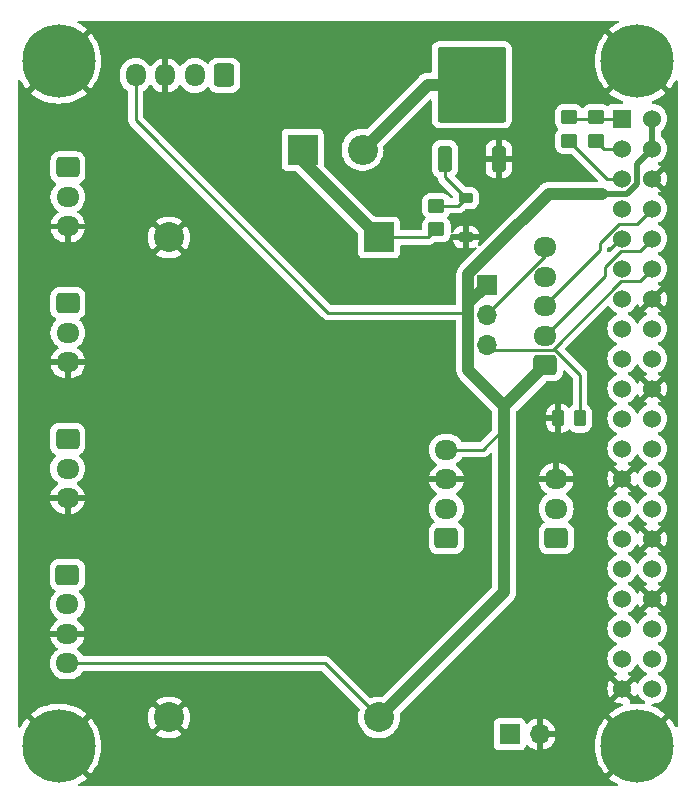
<source format=gbr>
%TF.GenerationSoftware,KiCad,Pcbnew,7.0.2*%
%TF.CreationDate,2024-02-29T19:29:45+01:00*%
%TF.ProjectId,CDFR,43444652-2e6b-4696-9361-645f70636258,rev?*%
%TF.SameCoordinates,Original*%
%TF.FileFunction,Copper,L1,Top*%
%TF.FilePolarity,Positive*%
%FSLAX46Y46*%
G04 Gerber Fmt 4.6, Leading zero omitted, Abs format (unit mm)*
G04 Created by KiCad (PCBNEW 7.0.2) date 2024-02-29 19:29:45*
%MOMM*%
%LPD*%
G01*
G04 APERTURE LIST*
G04 Aperture macros list*
%AMRoundRect*
0 Rectangle with rounded corners*
0 $1 Rounding radius*
0 $2 $3 $4 $5 $6 $7 $8 $9 X,Y pos of 4 corners*
0 Add a 4 corners polygon primitive as box body*
4,1,4,$2,$3,$4,$5,$6,$7,$8,$9,$2,$3,0*
0 Add four circle primitives for the rounded corners*
1,1,$1+$1,$2,$3*
1,1,$1+$1,$4,$5*
1,1,$1+$1,$6,$7*
1,1,$1+$1,$8,$9*
0 Add four rect primitives between the rounded corners*
20,1,$1+$1,$2,$3,$4,$5,0*
20,1,$1+$1,$4,$5,$6,$7,0*
20,1,$1+$1,$6,$7,$8,$9,0*
20,1,$1+$1,$8,$9,$2,$3,0*%
G04 Aperture macros list end*
%TA.AperFunction,ComponentPad*%
%ADD10RoundRect,0.250000X-0.725000X0.600000X-0.725000X-0.600000X0.725000X-0.600000X0.725000X0.600000X0*%
%TD*%
%TA.AperFunction,ComponentPad*%
%ADD11O,1.950000X1.700000*%
%TD*%
%TA.AperFunction,ComponentPad*%
%ADD12RoundRect,0.250000X0.725000X-0.600000X0.725000X0.600000X-0.725000X0.600000X-0.725000X-0.600000X0*%
%TD*%
%TA.AperFunction,ComponentPad*%
%ADD13RoundRect,0.250000X0.600000X0.725000X-0.600000X0.725000X-0.600000X-0.725000X0.600000X-0.725000X0*%
%TD*%
%TA.AperFunction,ComponentPad*%
%ADD14O,1.700000X1.950000*%
%TD*%
%TA.AperFunction,SMDPad,CuDef*%
%ADD15RoundRect,0.250000X0.350000X-0.850000X0.350000X0.850000X-0.350000X0.850000X-0.350000X-0.850000X0*%
%TD*%
%TA.AperFunction,SMDPad,CuDef*%
%ADD16RoundRect,0.250000X1.125000X-1.275000X1.125000X1.275000X-1.125000X1.275000X-1.125000X-1.275000X0*%
%TD*%
%TA.AperFunction,SMDPad,CuDef*%
%ADD17RoundRect,0.249997X2.650003X-2.950003X2.650003X2.950003X-2.650003X2.950003X-2.650003X-2.950003X0*%
%TD*%
%TA.AperFunction,SMDPad,CuDef*%
%ADD18RoundRect,0.250000X0.450000X-0.350000X0.450000X0.350000X-0.450000X0.350000X-0.450000X-0.350000X0*%
%TD*%
%TA.AperFunction,SMDPad,CuDef*%
%ADD19RoundRect,0.250000X-0.262500X-0.450000X0.262500X-0.450000X0.262500X0.450000X-0.262500X0.450000X0*%
%TD*%
%TA.AperFunction,ComponentPad*%
%ADD20R,1.700000X1.700000*%
%TD*%
%TA.AperFunction,ComponentPad*%
%ADD21O,1.700000X1.700000*%
%TD*%
%TA.AperFunction,ComponentPad*%
%ADD22R,1.524000X1.524000*%
%TD*%
%TA.AperFunction,ComponentPad*%
%ADD23C,1.524000*%
%TD*%
%TA.AperFunction,ComponentPad*%
%ADD24C,6.200000*%
%TD*%
%TA.AperFunction,ComponentPad*%
%ADD25R,2.540000X2.540000*%
%TD*%
%TA.AperFunction,ComponentPad*%
%ADD26C,2.540000*%
%TD*%
%TA.AperFunction,SMDPad,CuDef*%
%ADD27RoundRect,0.225000X-0.375000X0.225000X-0.375000X-0.225000X0.375000X-0.225000X0.375000X0.225000X0*%
%TD*%
%TA.AperFunction,ComponentPad*%
%ADD28R,2.550000X2.550000*%
%TD*%
%TA.AperFunction,ComponentPad*%
%ADD29C,2.550000*%
%TD*%
%TA.AperFunction,Conductor*%
%ADD30C,0.250000*%
%TD*%
%TA.AperFunction,Conductor*%
%ADD31C,1.000000*%
%TD*%
%TA.AperFunction,Conductor*%
%ADD32C,0.500000*%
%TD*%
G04 APERTURE END LIST*
D10*
%TO.P,J10,1,Pin_1*%
%TO.N,/I2C_CLK*%
X110500000Y-75500000D03*
D11*
%TO.P,J10,2,Pin_2*%
%TO.N,/I2C_SDA*%
X110500000Y-78000000D03*
%TO.P,J10,3,Pin_3*%
%TO.N,GND*%
X110500000Y-80500000D03*
%TO.P,J10,4,Pin_4*%
%TO.N,+5V*%
X110500000Y-83000000D03*
%TD*%
D12*
%TO.P,J9,1,Pin_1*%
%TO.N,/I2C_CLK*%
X142600000Y-72400000D03*
D11*
%TO.P,J9,2,Pin_2*%
%TO.N,/I2C_SDA*%
X142600000Y-69900000D03*
%TO.P,J9,3,Pin_3*%
%TO.N,GND*%
X142600000Y-67400000D03*
%TO.P,J9,4,Pin_4*%
%TO.N,+5V*%
X142600000Y-64900000D03*
%TD*%
D13*
%TO.P,J5,1,Pin_1*%
%TO.N,/I2C_CLK*%
X123800000Y-33200000D03*
D14*
%TO.P,J5,2,Pin_2*%
%TO.N,/I2C_SDA*%
X121300000Y-33200000D03*
%TO.P,J5,3,Pin_3*%
%TO.N,GND*%
X118800000Y-33200000D03*
%TO.P,J5,4,Pin_4*%
%TO.N,+5V*%
X116300000Y-33200000D03*
%TD*%
D15*
%TO.P,Q1,1,G*%
%TO.N,Net-(D1-K)*%
X142470000Y-40290000D03*
D16*
%TO.P,Q1,2,D*%
%TO.N,Net-(J7-Pin_2)*%
X143225000Y-35665000D03*
X146275000Y-35665000D03*
D17*
X144750000Y-33990000D03*
D16*
X143225000Y-32315000D03*
X146275000Y-32315000D03*
D15*
%TO.P,Q1,3,S*%
%TO.N,GND*%
X147030000Y-40290000D03*
%TD*%
D18*
%TO.P,R1,1*%
%TO.N,/I2C_CLK*%
X153000000Y-38750000D03*
%TO.P,R1,2*%
%TO.N,+3.3V*%
X153000000Y-36750000D03*
%TD*%
D10*
%TO.P,J2,1,Pin_1*%
%TO.N,/I2C_CLK*%
X110550000Y-52500000D03*
D11*
%TO.P,J2,2,Pin_2*%
%TO.N,/I2C_SDA*%
X110550000Y-55000000D03*
%TO.P,J2,3,Pin_3*%
%TO.N,GND*%
X110550000Y-57500000D03*
%TD*%
D12*
%TO.P,J8,1,Pin_1*%
%TO.N,+5V*%
X150975000Y-57750000D03*
D11*
%TO.P,J8,2,Pin_2*%
%TO.N,Net-(J8-Pin_2)*%
X150975000Y-55250000D03*
%TO.P,J8,3,Pin_3*%
%TO.N,Net-(J8-Pin_3)*%
X150975000Y-52750000D03*
%TO.P,J8,4,Pin_4*%
%TO.N,GND*%
X150975000Y-50250000D03*
%TO.P,J8,5,Pin_5*%
%TO.N,Net-(J8-Pin_5)*%
X150975000Y-47750000D03*
%TD*%
D18*
%TO.P,R2,1*%
%TO.N,/I2C_SDA*%
X155250000Y-38750000D03*
%TO.P,R2,2*%
%TO.N,+3.3V*%
X155250000Y-36750000D03*
%TD*%
D19*
%TO.P,R3,1*%
%TO.N,GND*%
X152087500Y-62250000D03*
%TO.P,R3,2*%
%TO.N,MotorControl*%
X153912500Y-62250000D03*
%TD*%
D20*
%TO.P,JP1,1,A*%
%TO.N,+5V*%
X146000000Y-50960000D03*
D21*
%TO.P,JP1,2,C*%
%TO.N,Net-(J8-Pin_5)*%
X146000000Y-53500000D03*
%TO.P,JP1,3,B*%
%TO.N,MotorControl*%
X146000000Y-56040000D03*
%TD*%
D12*
%TO.P,J4,1,Pin_1*%
%TO.N,/I2C_CLK*%
X151900000Y-72400000D03*
D11*
%TO.P,J4,2,Pin_2*%
%TO.N,/I2C_SDA*%
X151900000Y-69900000D03*
%TO.P,J4,3,Pin_3*%
%TO.N,GND*%
X151900000Y-67400000D03*
%TD*%
D10*
%TO.P,J1,1,Pin_1*%
%TO.N,/I2C_CLK*%
X110550000Y-41000000D03*
D11*
%TO.P,J1,2,Pin_2*%
%TO.N,/I2C_SDA*%
X110550000Y-43500000D03*
%TO.P,J1,3,Pin_3*%
%TO.N,GND*%
X110550000Y-46000000D03*
%TD*%
D22*
%TO.P,U1,1,3V3*%
%TO.N,+3.3V*%
X157500000Y-36870000D03*
D23*
%TO.P,U1,2,5V*%
%TO.N,+5V*%
X160040000Y-36870000D03*
%TO.P,U1,3,GPIO2/SDA1*%
%TO.N,/I2C_SDA*%
X157500000Y-39410000D03*
%TO.P,U1,4,5V*%
%TO.N,+5V*%
X160040000Y-39410000D03*
%TO.P,U1,5,GPIO3/SCL1*%
%TO.N,/I2C_CLK*%
X157500000Y-41950000D03*
%TO.P,U1,6,GND*%
%TO.N,GND*%
X160040000Y-41950000D03*
%TO.P,U1,7,GPIO4/GPIO_GCKL*%
%TO.N,unconnected-(U1-GPIO4{slash}GPIO_GCKL-Pad7)*%
X157500000Y-44490000D03*
%TO.P,U1,8,GPIO14/TXD0*%
%TO.N,Net-(J8-Pin_3)*%
X160040000Y-44490000D03*
%TO.P,U1,9,GND*%
%TO.N,GND*%
X157500000Y-47030000D03*
%TO.P,U1,10,GPIO15/RXD0*%
%TO.N,Net-(J8-Pin_2)*%
X160040000Y-47030000D03*
%TO.P,U1,11,GPIO17/GPIO_GEN0*%
%TO.N,unconnected-(U1-GPIO17{slash}GPIO_GEN0-Pad11)*%
X157500000Y-49570000D03*
%TO.P,U1,12,GPIO18/GPIO_GEN1*%
%TO.N,MotorControl*%
X160040000Y-49570000D03*
%TO.P,U1,13,GPIO27/GPIO_GEN2*%
%TO.N,unconnected-(U1-GPIO27{slash}GPIO_GEN2-Pad13)*%
X157500000Y-52110000D03*
%TO.P,U1,14,GND*%
%TO.N,GND*%
X160040000Y-52110000D03*
%TO.P,U1,15,GPIO22/GPIO_GEN3*%
%TO.N,unconnected-(U1-GPIO22{slash}GPIO_GEN3-Pad15)*%
X157500000Y-54650000D03*
%TO.P,U1,16,GPIO23/GPIO_GEN4*%
%TO.N,unconnected-(U1-GPIO23{slash}GPIO_GEN4-Pad16)*%
X160040000Y-54650000D03*
%TO.P,U1,17,3V3*%
%TO.N,unconnected-(U1-3V3-Pad17)*%
X157500000Y-57190000D03*
%TO.P,U1,18,GPIO24/GPIO_GEN5*%
%TO.N,unconnected-(U1-GPIO24{slash}GPIO_GEN5-Pad18)*%
X160040000Y-57190000D03*
%TO.P,U1,19,GPIO10/SPI_MOSI*%
%TO.N,unconnected-(U1-GPIO10{slash}SPI_MOSI-Pad19)*%
X157500000Y-59730000D03*
%TO.P,U1,20,GND*%
%TO.N,GND*%
X160040000Y-59730000D03*
%TO.P,U1,21,GPIO9/SPI_MISO*%
%TO.N,unconnected-(U1-GPIO9{slash}SPI_MISO-Pad21)*%
X157500000Y-62270000D03*
%TO.P,U1,22,GPIO25/GPIO_GEN6*%
%TO.N,unconnected-(U1-GPIO25{slash}GPIO_GEN6-Pad22)*%
X160040000Y-62270000D03*
%TO.P,U1,23,GPIO11/SPI_SCLK*%
%TO.N,unconnected-(U1-GPIO11{slash}SPI_SCLK-Pad23)*%
X157500000Y-64810000D03*
%TO.P,U1,24,GPIO8/~{SPI_CE0}*%
%TO.N,unconnected-(U1-GPIO8{slash}~{SPI_CE0}-Pad24)*%
X160040000Y-64810000D03*
%TO.P,U1,25,GND*%
%TO.N,GND*%
X157500000Y-67350000D03*
%TO.P,U1,26,GPIO7/~{SPI_CE1}*%
%TO.N,unconnected-(U1-GPIO7{slash}~{SPI_CE1}-Pad26)*%
X160040000Y-67350000D03*
%TO.P,U1,27,ID_SD*%
%TO.N,unconnected-(U1-ID_SD-Pad27)*%
X157500000Y-69890000D03*
%TO.P,U1,28,ID_SC*%
%TO.N,unconnected-(U1-ID_SC-Pad28)*%
X160040000Y-69890000D03*
%TO.P,U1,29,GPIO5*%
%TO.N,Net-(J6-Pin_1)*%
X157500000Y-72430000D03*
%TO.P,U1,30,GND*%
%TO.N,GND*%
X160040000Y-72430000D03*
%TO.P,U1,31,GPIO6*%
%TO.N,unconnected-(U1-GPIO6-Pad31)*%
X157500000Y-74970000D03*
%TO.P,U1,32,GPIO12*%
%TO.N,unconnected-(U1-GPIO12-Pad32)*%
X160040000Y-74970000D03*
%TO.P,U1,33,GPIO13*%
%TO.N,unconnected-(U1-GPIO13-Pad33)*%
X157500000Y-77510000D03*
%TO.P,U1,34,GND*%
%TO.N,GND*%
X160040000Y-77510000D03*
%TO.P,U1,35,GPIO19*%
%TO.N,unconnected-(U1-GPIO19-Pad35)*%
X157500000Y-80050000D03*
%TO.P,U1,36,GPIO16*%
%TO.N,unconnected-(U1-GPIO16-Pad36)*%
X160040000Y-80050000D03*
%TO.P,U1,37,GPIO26*%
%TO.N,unconnected-(U1-GPIO26-Pad37)*%
X157500000Y-82590000D03*
%TO.P,U1,38,GPIO20*%
%TO.N,unconnected-(U1-GPIO20-Pad38)*%
X160040000Y-82590000D03*
%TO.P,U1,39,GND*%
%TO.N,GND*%
X157500000Y-85130000D03*
%TO.P,U1,40,GPIO21*%
%TO.N,unconnected-(U1-GPIO21-Pad40)*%
X160040000Y-85130000D03*
D24*
%TO.P,U1,S1,SHIELD*%
%TO.N,GND*%
X158770000Y-32000000D03*
%TO.P,U1,S2,SHIELD*%
X158770000Y-90000000D03*
%TO.P,U1,S3,SHIELD*%
X109770000Y-90000000D03*
%TO.P,U1,S4,SHIELD*%
X109770000Y-32000000D03*
%TD*%
D10*
%TO.P,J3,1,Pin_1*%
%TO.N,/I2C_CLK*%
X110525000Y-64000000D03*
D11*
%TO.P,J3,2,Pin_2*%
%TO.N,/I2C_SDA*%
X110525000Y-66500000D03*
%TO.P,J3,3,Pin_3*%
%TO.N,GND*%
X110525000Y-69000000D03*
%TD*%
D25*
%TO.P,U3,1,Vin*%
%TO.N,Net-(J7-Pin_1)*%
X136890000Y-46930000D03*
D26*
%TO.P,U3,2,GND*%
%TO.N,GND*%
X119110000Y-46930000D03*
%TO.P,U3,3,GND*%
X119110000Y-87570000D03*
%TO.P,U3,4,Vout*%
%TO.N,+5V*%
X136890000Y-87570000D03*
%TD*%
D20*
%TO.P,J6,1,Pin_1*%
%TO.N,Net-(J6-Pin_1)*%
X147960000Y-89000000D03*
D21*
%TO.P,J6,2,Pin_2*%
%TO.N,GND*%
X150500000Y-89000000D03*
%TD*%
D27*
%TO.P,D1,1,K*%
%TO.N,Net-(D1-K)*%
X144250000Y-43600000D03*
%TO.P,D1,2,A*%
%TO.N,GND*%
X144250000Y-46900000D03*
%TD*%
D28*
%TO.P,J7,1,Pin_1*%
%TO.N,Net-(J7-Pin_1)*%
X130420000Y-39500000D03*
D29*
%TO.P,J7,2,Pin_2*%
%TO.N,Net-(J7-Pin_2)*%
X135500000Y-39500000D03*
%TD*%
D18*
%TO.P,R4,1*%
%TO.N,Net-(J7-Pin_1)*%
X141750000Y-46250000D03*
%TO.P,R4,2*%
%TO.N,Net-(D1-K)*%
X141750000Y-44250000D03*
%TD*%
D30*
%TO.N,+5V*%
X116300000Y-37000000D02*
X132600000Y-53300000D01*
X132600000Y-53300000D02*
X144450000Y-53300000D01*
X116300000Y-33200000D02*
X116300000Y-37000000D01*
X132320000Y-83000000D02*
X136890000Y-87570000D01*
X110500000Y-83000000D02*
X132320000Y-83000000D01*
D31*
X144450000Y-53300000D02*
X144450000Y-52510000D01*
X144450000Y-58175000D02*
X144450000Y-53300000D01*
D30*
X142600000Y-64900000D02*
X145700000Y-64900000D01*
D31*
X147500000Y-63100000D02*
X147500000Y-61500000D01*
D30*
X145700000Y-64900000D02*
X147500000Y-63100000D01*
D31*
X147500000Y-76960000D02*
X147500000Y-63100000D01*
D30*
%TO.N,/I2C_CLK*%
X156200000Y-41950000D02*
X153000000Y-38750000D01*
X157500000Y-41950000D02*
X156200000Y-41950000D01*
%TO.N,/I2C_SDA*%
X155910000Y-39410000D02*
X155250000Y-38750000D01*
X157500000Y-39410000D02*
X155910000Y-39410000D01*
D31*
%TO.N,Net-(J7-Pin_1)*%
X130420000Y-39500000D02*
X130420000Y-40460000D01*
D30*
X141070000Y-46930000D02*
X136890000Y-46930000D01*
X141750000Y-46250000D02*
X141070000Y-46930000D01*
D31*
X130420000Y-40460000D02*
X136890000Y-46930000D01*
D30*
%TO.N,Net-(D1-K)*%
X142470000Y-40290000D02*
X142470000Y-41820000D01*
X141750000Y-44250000D02*
X143600000Y-44250000D01*
X142470000Y-41820000D02*
X144250000Y-43600000D01*
X143600000Y-44250000D02*
X144250000Y-43600000D01*
D31*
%TO.N,Net-(J7-Pin_2)*%
X135500000Y-39500000D02*
X141010000Y-33990000D01*
X141010000Y-33990000D02*
X144750000Y-33990000D01*
%TO.N,+5V*%
X144450000Y-52510000D02*
X146000000Y-50960000D01*
X147500000Y-61500000D02*
X147500000Y-61225000D01*
X144450000Y-52510000D02*
X144450000Y-50050000D01*
D32*
X157914027Y-43250000D02*
X155750000Y-43250000D01*
X158750000Y-40725000D02*
X158750000Y-42414027D01*
D31*
X151250000Y-43250000D02*
X155750000Y-43250000D01*
D32*
X158750000Y-42414027D02*
X157914027Y-43250000D01*
D31*
X147500000Y-61225000D02*
X150975000Y-57750000D01*
D32*
X160040000Y-39410000D02*
X160040000Y-36870000D01*
D31*
X146500000Y-48000000D02*
X151250000Y-43250000D01*
X144450000Y-50050000D02*
X146500000Y-48000000D01*
D32*
X160040000Y-39435000D02*
X158750000Y-40725000D01*
D31*
X136890000Y-87570000D02*
X147500000Y-76960000D01*
D32*
X160040000Y-39410000D02*
X160040000Y-39435000D01*
D31*
X147500000Y-61225000D02*
X144450000Y-58175000D01*
D30*
%TO.N,Net-(J8-Pin_2)*%
X158953000Y-48117000D02*
X160040000Y-47030000D01*
X157383000Y-48117000D02*
X158953000Y-48117000D01*
X156058000Y-49442000D02*
X157383000Y-48117000D01*
X150975000Y-55250000D02*
X156058000Y-50167000D01*
X156058000Y-50167000D02*
X156058000Y-49442000D01*
%TO.N,+3.3V*%
X153120000Y-36870000D02*
X157500000Y-36870000D01*
X153000000Y-36750000D02*
X153120000Y-36870000D01*
%TO.N,Net-(J8-Pin_3)*%
X155608000Y-47384749D02*
X157242749Y-45750000D01*
X157242749Y-45750000D02*
X158780000Y-45750000D01*
X158780000Y-45750000D02*
X160040000Y-44490000D01*
X150975000Y-52750000D02*
X150975000Y-52637500D01*
X155608000Y-48004500D02*
X155608000Y-47384749D01*
X150975000Y-52637500D02*
X155608000Y-48004500D01*
%TO.N,Net-(J8-Pin_5)*%
X146000000Y-53500000D02*
X146000000Y-53438299D01*
X150975000Y-48463299D02*
X150975000Y-47750000D01*
X146000000Y-53438299D02*
X150975000Y-48463299D01*
%TO.N,MotorControl*%
X151250000Y-56425000D02*
X151788173Y-56425000D01*
X157415749Y-50657000D02*
X158953000Y-50657000D01*
X153912500Y-58549327D02*
X153912500Y-62250000D01*
X146000000Y-56040000D02*
X146385000Y-56425000D01*
X151647749Y-56425000D02*
X157415749Y-50657000D01*
X158953000Y-50657000D02*
X160040000Y-49570000D01*
X151250000Y-56425000D02*
X151647749Y-56425000D01*
X146385000Y-56425000D02*
X151250000Y-56425000D01*
X151788173Y-56425000D02*
X153912500Y-58549327D01*
%TD*%
%TA.AperFunction,Conductor*%
%TO.N,GND*%
G36*
X157134390Y-28583685D02*
G01*
X157180145Y-28636489D01*
X157190089Y-28705647D01*
X157161064Y-28769203D01*
X157123646Y-28798485D01*
X156970423Y-28876555D01*
X156964802Y-28879801D01*
X156653797Y-29081770D01*
X156648543Y-29085587D01*
X156405750Y-29282197D01*
X157990677Y-30867124D01*
X157903075Y-30926333D01*
X157734094Y-31088288D01*
X157636580Y-31220133D01*
X156052197Y-29635750D01*
X155855587Y-29878543D01*
X155851770Y-29883797D01*
X155649801Y-30194802D01*
X155646555Y-30200423D01*
X155478196Y-30530846D01*
X155475559Y-30536770D01*
X155342658Y-30882988D01*
X155340659Y-30889140D01*
X155244676Y-31247356D01*
X155243328Y-31253699D01*
X155185315Y-31619975D01*
X155184638Y-31626418D01*
X155165230Y-31996756D01*
X155165230Y-32003243D01*
X155184638Y-32373581D01*
X155185315Y-32380024D01*
X155243328Y-32746300D01*
X155244676Y-32752643D01*
X155340659Y-33110859D01*
X155342658Y-33117011D01*
X155475559Y-33463229D01*
X155478196Y-33469153D01*
X155646555Y-33799576D01*
X155649801Y-33805197D01*
X155851770Y-34116202D01*
X155855587Y-34121456D01*
X156052197Y-34364248D01*
X157635874Y-32780571D01*
X157660507Y-32820577D01*
X157815144Y-32996278D01*
X157987835Y-33135716D01*
X156405750Y-34717801D01*
X156648543Y-34914412D01*
X156653797Y-34918229D01*
X156964802Y-35120198D01*
X156970423Y-35123444D01*
X157300846Y-35291803D01*
X157306776Y-35294443D01*
X157497711Y-35367736D01*
X157553244Y-35410138D01*
X157577037Y-35475832D01*
X157561536Y-35543960D01*
X157511662Y-35592893D01*
X157453274Y-35607500D01*
X156693439Y-35607500D01*
X156693420Y-35607500D01*
X156690128Y-35607501D01*
X156686848Y-35607853D01*
X156686840Y-35607854D01*
X156630515Y-35613909D01*
X156495669Y-35664204D01*
X156380453Y-35750454D01*
X156351207Y-35789522D01*
X156295273Y-35831392D01*
X156225582Y-35836376D01*
X156182316Y-35812750D01*
X156180993Y-35814897D01*
X156019334Y-35715186D01*
X155852797Y-35660000D01*
X155753141Y-35649819D01*
X155753122Y-35649818D01*
X155750009Y-35649500D01*
X155746860Y-35649500D01*
X154753140Y-35649500D01*
X154753120Y-35649500D01*
X154749992Y-35649501D01*
X154746860Y-35649820D01*
X154746858Y-35649821D01*
X154647203Y-35660000D01*
X154480665Y-35715186D01*
X154331344Y-35807287D01*
X154212680Y-35925951D01*
X154151357Y-35959435D01*
X154081665Y-35954451D01*
X154037319Y-35925951D01*
X153918656Y-35807288D01*
X153918655Y-35807287D01*
X153918654Y-35807286D01*
X153769334Y-35715186D01*
X153602797Y-35660000D01*
X153503141Y-35649819D01*
X153503122Y-35649818D01*
X153500009Y-35649500D01*
X153496860Y-35649500D01*
X152503140Y-35649500D01*
X152503120Y-35649500D01*
X152499992Y-35649501D01*
X152496860Y-35649820D01*
X152496858Y-35649821D01*
X152397203Y-35660000D01*
X152230665Y-35715186D01*
X152081342Y-35807288D01*
X151957288Y-35931342D01*
X151865186Y-36080665D01*
X151810000Y-36247202D01*
X151799819Y-36346858D01*
X151799817Y-36346878D01*
X151799500Y-36349991D01*
X151799500Y-36353138D01*
X151799500Y-36353139D01*
X151799500Y-37146858D01*
X151799500Y-37146877D01*
X151799501Y-37150008D01*
X151799820Y-37153140D01*
X151799821Y-37153141D01*
X151810000Y-37252796D01*
X151865186Y-37419334D01*
X151957288Y-37568657D01*
X152050950Y-37662319D01*
X152084435Y-37723642D01*
X152079451Y-37793334D01*
X152050950Y-37837681D01*
X151957288Y-37931342D01*
X151865186Y-38080665D01*
X151810000Y-38247202D01*
X151799819Y-38346858D01*
X151799817Y-38346878D01*
X151799500Y-38349991D01*
X151799500Y-38353138D01*
X151799500Y-38353139D01*
X151799500Y-39146858D01*
X151799500Y-39146877D01*
X151799501Y-39150008D01*
X151799820Y-39153140D01*
X151799821Y-39153141D01*
X151810000Y-39252796D01*
X151865186Y-39419334D01*
X151957288Y-39568657D01*
X152081342Y-39692711D01*
X152081344Y-39692712D01*
X152230666Y-39784814D01*
X152342016Y-39821712D01*
X152397202Y-39839999D01*
X152496858Y-39850180D01*
X152496859Y-39850180D01*
X152499991Y-39850500D01*
X153164547Y-39850499D01*
X153231586Y-39870183D01*
X153252228Y-39886818D01*
X155403228Y-42037819D01*
X155436713Y-42099142D01*
X155431729Y-42168834D01*
X155389857Y-42224767D01*
X155324393Y-42249184D01*
X155315547Y-42249500D01*
X151264238Y-42249500D01*
X151261096Y-42249460D01*
X151173635Y-42247243D01*
X151115581Y-42257648D01*
X151106253Y-42258957D01*
X151047561Y-42264926D01*
X151018527Y-42274035D01*
X151003288Y-42277775D01*
X150973345Y-42283142D01*
X150918568Y-42305021D01*
X150909698Y-42308179D01*
X150853410Y-42325841D01*
X150826809Y-42340605D01*
X150812639Y-42347335D01*
X150784385Y-42358622D01*
X150735121Y-42391087D01*
X150727070Y-42395964D01*
X150675498Y-42424590D01*
X150652414Y-42444407D01*
X150639887Y-42453853D01*
X150614481Y-42470598D01*
X150572775Y-42512303D01*
X150565868Y-42518704D01*
X150521103Y-42557135D01*
X150502480Y-42581193D01*
X150492108Y-42592969D01*
X145805894Y-47279185D01*
X145449100Y-47635979D01*
X145387777Y-47669464D01*
X145318085Y-47664480D01*
X145262152Y-47622608D01*
X145237735Y-47557144D01*
X145252587Y-47488871D01*
X145255881Y-47483200D01*
X145286546Y-47433483D01*
X145339856Y-47272606D01*
X145349680Y-47176445D01*
X145350000Y-47170167D01*
X145350000Y-47150000D01*
X144500000Y-47150000D01*
X144500000Y-47849999D01*
X144670165Y-47849999D01*
X144676447Y-47849678D01*
X144772605Y-47839856D01*
X144933484Y-47786546D01*
X144983198Y-47755882D01*
X145050590Y-47737440D01*
X145117254Y-47758361D01*
X145162025Y-47812002D01*
X145170688Y-47881333D01*
X145140492Y-47944341D01*
X145135978Y-47949100D01*
X143752646Y-49332432D01*
X143750399Y-49334623D01*
X143686948Y-49394939D01*
X143653244Y-49443362D01*
X143647573Y-49450882D01*
X143610301Y-49496593D01*
X143596210Y-49523566D01*
X143588082Y-49536983D01*
X143570705Y-49561950D01*
X143547439Y-49616165D01*
X143543399Y-49624671D01*
X143516090Y-49676952D01*
X143507720Y-49706201D01*
X143502459Y-49720978D01*
X143490460Y-49748942D01*
X143478587Y-49806713D01*
X143476342Y-49815860D01*
X143460113Y-49872580D01*
X143457802Y-49902925D01*
X143455622Y-49918466D01*
X143449500Y-49948258D01*
X143449500Y-50007241D01*
X143449142Y-50016655D01*
X143444663Y-50075477D01*
X143448506Y-50105651D01*
X143449500Y-50121317D01*
X143449500Y-52467241D01*
X143449142Y-52476655D01*
X143443706Y-52548048D01*
X143442479Y-52547954D01*
X143433523Y-52603825D01*
X143386922Y-52655884D01*
X143321575Y-52674500D01*
X132910452Y-52674500D01*
X132843413Y-52654815D01*
X132822771Y-52638181D01*
X121004169Y-40819578D01*
X128644500Y-40819578D01*
X128644501Y-40822872D01*
X128644853Y-40826152D01*
X128644854Y-40826159D01*
X128650909Y-40882484D01*
X128676056Y-40949906D01*
X128701204Y-41017331D01*
X128787454Y-41132546D01*
X128902669Y-41218796D01*
X129037517Y-41269091D01*
X129097127Y-41275500D01*
X129769216Y-41275499D01*
X129836255Y-41295183D01*
X129856897Y-41311818D01*
X135083181Y-46538102D01*
X135116666Y-46599425D01*
X135119500Y-46625783D01*
X135119500Y-48244560D01*
X135119500Y-48244578D01*
X135119501Y-48247872D01*
X135119853Y-48251152D01*
X135119854Y-48251159D01*
X135125909Y-48307484D01*
X135141384Y-48348974D01*
X135176204Y-48442331D01*
X135262454Y-48557546D01*
X135377669Y-48643796D01*
X135512517Y-48694091D01*
X135572127Y-48700500D01*
X138207872Y-48700499D01*
X138267483Y-48694091D01*
X138402331Y-48643796D01*
X138517546Y-48557546D01*
X138603796Y-48442331D01*
X138654091Y-48307483D01*
X138660500Y-48247873D01*
X138660500Y-47679500D01*
X138680185Y-47612461D01*
X138732989Y-47566706D01*
X138784500Y-47555500D01*
X140987256Y-47555500D01*
X141007762Y-47557764D01*
X141010665Y-47557672D01*
X141010667Y-47557673D01*
X141077872Y-47555561D01*
X141081768Y-47555500D01*
X141105448Y-47555500D01*
X141109350Y-47555500D01*
X141113313Y-47554999D01*
X141124962Y-47554080D01*
X141168627Y-47552709D01*
X141187859Y-47547120D01*
X141206918Y-47543174D01*
X141213196Y-47542381D01*
X141226792Y-47540664D01*
X141267407Y-47524582D01*
X141278444Y-47520803D01*
X141320390Y-47508618D01*
X141337629Y-47498422D01*
X141355102Y-47489862D01*
X141357605Y-47488871D01*
X141373732Y-47482486D01*
X141409064Y-47456814D01*
X141418830Y-47450400D01*
X141447436Y-47433483D01*
X141456420Y-47428170D01*
X141470585Y-47414004D01*
X141485373Y-47401373D01*
X141501587Y-47389594D01*
X141501587Y-47389593D01*
X141514266Y-47380383D01*
X141515842Y-47382553D01*
X141554636Y-47356351D01*
X141592280Y-47350499D01*
X142246859Y-47350499D01*
X142250008Y-47350499D01*
X142352797Y-47339999D01*
X142519334Y-47284814D01*
X142668656Y-47192712D01*
X142711368Y-47150000D01*
X143150001Y-47150000D01*
X143150001Y-47170165D01*
X143150321Y-47176447D01*
X143160143Y-47272605D01*
X143213453Y-47433486D01*
X143302426Y-47577732D01*
X143422267Y-47697573D01*
X143566513Y-47786546D01*
X143727393Y-47839856D01*
X143823554Y-47849680D01*
X143829832Y-47849999D01*
X143999999Y-47849999D01*
X144000000Y-47849998D01*
X144000000Y-47150000D01*
X143150001Y-47150000D01*
X142711368Y-47150000D01*
X142792712Y-47068656D01*
X142884814Y-46919334D01*
X142939999Y-46752797D01*
X142942471Y-46728591D01*
X142968867Y-46663899D01*
X143026048Y-46623747D01*
X143095859Y-46620883D01*
X143147307Y-46650000D01*
X144000000Y-46650000D01*
X144000000Y-45950000D01*
X144500000Y-45950000D01*
X144500000Y-46650000D01*
X145349999Y-46650000D01*
X145349999Y-46629834D01*
X145349678Y-46623552D01*
X145339856Y-46527394D01*
X145286546Y-46366513D01*
X145197573Y-46222267D01*
X145077732Y-46102426D01*
X144933486Y-46013453D01*
X144772606Y-45960143D01*
X144676445Y-45950319D01*
X144670168Y-45950000D01*
X144500000Y-45950000D01*
X144000000Y-45950000D01*
X143829835Y-45950000D01*
X143823551Y-45950321D01*
X143727394Y-45960143D01*
X143566513Y-46013453D01*
X143422267Y-46102426D01*
X143302426Y-46222267D01*
X143213454Y-46366512D01*
X143192205Y-46430637D01*
X143152432Y-46488082D01*
X143087916Y-46514904D01*
X143019140Y-46502589D01*
X142967940Y-46455045D01*
X142950499Y-46391634D01*
X142950499Y-45849992D01*
X142939999Y-45747203D01*
X142884814Y-45580666D01*
X142792712Y-45431344D01*
X142699047Y-45337679D01*
X142665564Y-45276359D01*
X142670548Y-45206667D01*
X142699047Y-45162320D01*
X142792712Y-45068656D01*
X142858564Y-44961893D01*
X142875519Y-44934404D01*
X142927467Y-44887679D01*
X142981058Y-44875500D01*
X143517256Y-44875500D01*
X143537762Y-44877764D01*
X143540665Y-44877672D01*
X143540667Y-44877673D01*
X143607872Y-44875561D01*
X143611768Y-44875500D01*
X143635448Y-44875500D01*
X143639350Y-44875500D01*
X143643313Y-44874999D01*
X143654962Y-44874080D01*
X143698627Y-44872709D01*
X143717859Y-44867120D01*
X143736918Y-44863174D01*
X143743196Y-44862381D01*
X143756792Y-44860664D01*
X143797407Y-44844582D01*
X143808444Y-44840803D01*
X143850390Y-44828618D01*
X143867629Y-44818422D01*
X143885102Y-44809862D01*
X143903732Y-44802486D01*
X143939064Y-44776814D01*
X143948830Y-44770400D01*
X143978596Y-44752797D01*
X143986420Y-44748170D01*
X144000585Y-44734004D01*
X144015373Y-44721373D01*
X144031587Y-44709594D01*
X144059438Y-44675926D01*
X144067269Y-44667319D01*
X144147773Y-44586815D01*
X144209095Y-44553333D01*
X144235452Y-44550499D01*
X144670195Y-44550499D01*
X144673344Y-44550499D01*
X144772708Y-44540349D01*
X144933697Y-44487003D01*
X145078044Y-44397968D01*
X145197968Y-44278044D01*
X145213209Y-44253334D01*
X145287002Y-44133699D01*
X145312491Y-44056780D01*
X145340349Y-43972708D01*
X145350500Y-43873345D01*
X145350499Y-43326656D01*
X145340349Y-43227292D01*
X145287003Y-43066303D01*
X145287002Y-43066302D01*
X145287002Y-43066300D01*
X145197968Y-42921955D01*
X145078044Y-42802031D01*
X144933699Y-42712997D01*
X144772707Y-42659650D01*
X144676477Y-42649819D01*
X144676458Y-42649818D01*
X144673345Y-42649500D01*
X144670196Y-42649500D01*
X144235453Y-42649500D01*
X144168414Y-42629815D01*
X144147772Y-42613181D01*
X143365660Y-41831069D01*
X143332175Y-41769746D01*
X143337159Y-41700054D01*
X143365657Y-41655710D01*
X143412712Y-41608656D01*
X143504814Y-41459334D01*
X143559999Y-41292797D01*
X143570500Y-41190009D01*
X143570499Y-40540000D01*
X145930001Y-40540000D01*
X145930001Y-41186829D01*
X145930321Y-41193111D01*
X145940493Y-41292695D01*
X145995642Y-41459122D01*
X146087683Y-41608345D01*
X146211654Y-41732316D01*
X146360877Y-41824357D01*
X146527303Y-41879506D01*
X146626890Y-41889680D01*
X146633168Y-41889999D01*
X146779999Y-41889999D01*
X146780000Y-41889998D01*
X146780000Y-40540000D01*
X147280000Y-40540000D01*
X147280000Y-41889999D01*
X147426829Y-41889999D01*
X147433111Y-41889678D01*
X147532695Y-41879506D01*
X147699122Y-41824357D01*
X147848345Y-41732316D01*
X147972316Y-41608345D01*
X148064357Y-41459122D01*
X148119506Y-41292696D01*
X148129680Y-41193109D01*
X148130000Y-41186831D01*
X148130000Y-40540000D01*
X147280000Y-40540000D01*
X146780000Y-40540000D01*
X145930001Y-40540000D01*
X143570499Y-40540000D01*
X143570499Y-40040000D01*
X145930000Y-40040000D01*
X146780000Y-40040000D01*
X146780000Y-38690000D01*
X147280000Y-38690000D01*
X147280000Y-40040000D01*
X148129999Y-40040000D01*
X148129999Y-39393170D01*
X148129678Y-39386888D01*
X148119506Y-39287304D01*
X148064357Y-39120877D01*
X147972316Y-38971654D01*
X147848345Y-38847683D01*
X147699122Y-38755642D01*
X147532696Y-38700493D01*
X147433109Y-38690319D01*
X147426832Y-38690000D01*
X147280000Y-38690000D01*
X146780000Y-38690000D01*
X146633171Y-38690000D01*
X146626888Y-38690321D01*
X146527304Y-38700493D01*
X146360877Y-38755642D01*
X146211654Y-38847683D01*
X146087683Y-38971654D01*
X145995642Y-39120877D01*
X145940493Y-39287303D01*
X145930319Y-39386890D01*
X145930000Y-39393168D01*
X145930000Y-40040000D01*
X143570499Y-40040000D01*
X143570499Y-39389992D01*
X143559999Y-39287203D01*
X143504814Y-39120666D01*
X143415922Y-38976548D01*
X143412711Y-38971342D01*
X143288657Y-38847288D01*
X143139334Y-38755186D01*
X142972797Y-38700000D01*
X142873141Y-38689819D01*
X142873122Y-38689818D01*
X142870009Y-38689500D01*
X142866860Y-38689500D01*
X142073141Y-38689500D01*
X142073121Y-38689500D01*
X142069992Y-38689501D01*
X142066860Y-38689820D01*
X142066858Y-38689821D01*
X141967203Y-38700000D01*
X141800665Y-38755186D01*
X141651342Y-38847288D01*
X141527288Y-38971342D01*
X141435186Y-39120665D01*
X141380000Y-39287202D01*
X141369819Y-39386858D01*
X141369817Y-39386878D01*
X141369500Y-39389991D01*
X141369500Y-39393138D01*
X141369500Y-39393139D01*
X141369500Y-41186859D01*
X141369500Y-41186878D01*
X141369501Y-41190008D01*
X141369820Y-41193140D01*
X141369821Y-41193141D01*
X141380000Y-41292796D01*
X141435186Y-41459334D01*
X141527288Y-41608657D01*
X141651342Y-41732711D01*
X141683907Y-41752797D01*
X141788457Y-41817284D01*
X141835182Y-41869230D01*
X141846896Y-41917269D01*
X141852879Y-41937860D01*
X141856825Y-41956916D01*
X141859335Y-41976792D01*
X141875414Y-42017404D01*
X141879197Y-42028451D01*
X141891382Y-42070391D01*
X141901580Y-42087635D01*
X141910136Y-42105100D01*
X141917514Y-42123732D01*
X141917515Y-42123733D01*
X141943180Y-42159059D01*
X141949593Y-42168822D01*
X141971826Y-42206416D01*
X141971829Y-42206419D01*
X141971830Y-42206420D01*
X141985995Y-42220585D01*
X141998627Y-42235375D01*
X142010406Y-42251587D01*
X142044058Y-42279426D01*
X142052699Y-42287289D01*
X143113181Y-43347771D01*
X143146666Y-43409094D01*
X143149500Y-43435452D01*
X143149500Y-43500500D01*
X143129815Y-43567539D01*
X143077011Y-43613294D01*
X143025500Y-43624500D01*
X142981058Y-43624500D01*
X142914019Y-43604815D01*
X142875519Y-43565596D01*
X142792711Y-43431342D01*
X142668657Y-43307288D01*
X142519334Y-43215186D01*
X142352797Y-43160000D01*
X142253141Y-43149819D01*
X142253122Y-43149818D01*
X142250009Y-43149500D01*
X142246860Y-43149500D01*
X141253140Y-43149500D01*
X141253120Y-43149500D01*
X141249992Y-43149501D01*
X141246860Y-43149820D01*
X141246858Y-43149821D01*
X141147203Y-43160000D01*
X140980665Y-43215186D01*
X140831342Y-43307288D01*
X140707288Y-43431342D01*
X140615186Y-43580665D01*
X140560000Y-43747202D01*
X140549819Y-43846858D01*
X140549817Y-43846878D01*
X140549500Y-43849991D01*
X140549500Y-43853138D01*
X140549500Y-43853139D01*
X140549500Y-44646858D01*
X140549500Y-44646877D01*
X140549501Y-44650008D01*
X140549820Y-44653140D01*
X140549821Y-44653141D01*
X140560000Y-44752796D01*
X140615186Y-44919334D01*
X140707286Y-45068654D01*
X140707287Y-45068655D01*
X140707288Y-45068656D01*
X140800951Y-45162319D01*
X140834435Y-45223640D01*
X140829451Y-45293332D01*
X140800951Y-45337680D01*
X140707287Y-45431344D01*
X140615186Y-45580665D01*
X140560000Y-45747202D01*
X140549819Y-45846858D01*
X140549817Y-45846878D01*
X140549500Y-45849991D01*
X140549500Y-46068295D01*
X140549501Y-46180500D01*
X140529817Y-46247539D01*
X140477013Y-46293294D01*
X140425501Y-46304500D01*
X138784499Y-46304500D01*
X138717460Y-46284815D01*
X138671705Y-46232011D01*
X138660499Y-46180500D01*
X138660499Y-45615439D01*
X138660499Y-45612128D01*
X138654091Y-45552517D01*
X138603796Y-45417669D01*
X138517546Y-45302454D01*
X138402331Y-45216204D01*
X138267483Y-45165909D01*
X138234074Y-45162317D01*
X138211166Y-45159854D01*
X138211165Y-45159853D01*
X138207873Y-45159500D01*
X138204551Y-45159500D01*
X136585782Y-45159500D01*
X136518743Y-45139815D01*
X136498101Y-45123181D01*
X132231817Y-40856897D01*
X132198332Y-40795574D01*
X132195499Y-40769225D01*
X132195499Y-39500000D01*
X133719520Y-39500000D01*
X133739406Y-39765364D01*
X133798623Y-40024807D01*
X133895844Y-40272522D01*
X134028895Y-40502976D01*
X134172204Y-40682677D01*
X134194817Y-40711033D01*
X134389890Y-40892035D01*
X134609761Y-41041940D01*
X134849518Y-41157401D01*
X135103806Y-41235839D01*
X135366945Y-41275500D01*
X135633055Y-41275500D01*
X135896194Y-41235839D01*
X136150482Y-41157401D01*
X136390240Y-41041940D01*
X136610110Y-40892035D01*
X136805183Y-40711033D01*
X136971101Y-40502980D01*
X136971101Y-40502979D01*
X136971104Y-40502976D01*
X137104155Y-40272522D01*
X137104156Y-40272521D01*
X137201377Y-40024805D01*
X137260593Y-39765367D01*
X137280479Y-39500000D01*
X137273735Y-39409999D01*
X137259899Y-39225365D01*
X137261584Y-39225238D01*
X137265187Y-39166339D01*
X137294127Y-39120792D01*
X141137820Y-35277099D01*
X141199141Y-35243616D01*
X141268833Y-35248600D01*
X141324766Y-35290472D01*
X141349183Y-35355936D01*
X141349499Y-35364782D01*
X141349499Y-36986863D01*
X141349499Y-36986882D01*
X141349500Y-36990012D01*
X141349818Y-36993125D01*
X141349819Y-36993144D01*
X141360000Y-37092799D01*
X141415185Y-37259338D01*
X141507287Y-37408657D01*
X141631342Y-37532712D01*
X141780661Y-37624814D01*
X141947200Y-37679999D01*
X142046855Y-37690180D01*
X142046856Y-37690180D01*
X142049988Y-37690500D01*
X142049991Y-37690500D01*
X142053137Y-37690500D01*
X147446863Y-37690500D01*
X147450012Y-37690500D01*
X147552800Y-37679999D01*
X147719336Y-37624815D01*
X147801642Y-37574048D01*
X147868657Y-37532712D01*
X147992712Y-37408657D01*
X148084814Y-37259338D01*
X148086982Y-37252797D01*
X148139999Y-37092800D01*
X148150500Y-36990012D01*
X148150500Y-30989988D01*
X148139999Y-30887200D01*
X148084815Y-30720664D01*
X148084814Y-30720663D01*
X148084814Y-30720661D01*
X147992712Y-30571342D01*
X147868657Y-30447287D01*
X147719338Y-30355185D01*
X147552799Y-30300000D01*
X147453144Y-30289819D01*
X147453125Y-30289818D01*
X147450012Y-30289500D01*
X142049988Y-30289500D01*
X142046875Y-30289817D01*
X142046855Y-30289819D01*
X141947200Y-30300000D01*
X141780661Y-30355185D01*
X141631342Y-30447287D01*
X141507287Y-30571342D01*
X141415185Y-30720661D01*
X141360000Y-30887200D01*
X141349819Y-30986855D01*
X141349817Y-30986875D01*
X141349500Y-30989988D01*
X141349500Y-30993135D01*
X141349500Y-30993136D01*
X141349500Y-32865500D01*
X141329815Y-32932539D01*
X141277011Y-32978294D01*
X141225500Y-32989500D01*
X141024279Y-32989500D01*
X141021137Y-32989460D01*
X140933637Y-32987242D01*
X140875580Y-32997648D01*
X140866251Y-32998957D01*
X140807562Y-33004926D01*
X140778527Y-33014035D01*
X140763290Y-33017774D01*
X140733346Y-33023141D01*
X140678568Y-33045021D01*
X140669698Y-33048179D01*
X140613414Y-33065839D01*
X140586819Y-33080601D01*
X140572641Y-33087334D01*
X140544385Y-33098620D01*
X140495122Y-33131087D01*
X140487066Y-33135967D01*
X140435495Y-33164591D01*
X140412406Y-33184412D01*
X140399883Y-33193855D01*
X140374484Y-33210596D01*
X140332782Y-33252297D01*
X140325875Y-33258698D01*
X140281104Y-33297134D01*
X140262480Y-33321194D01*
X140252107Y-33332971D01*
X135875041Y-37710037D01*
X135813718Y-37743522D01*
X135768880Y-37744971D01*
X135633056Y-37724500D01*
X135633055Y-37724500D01*
X135366945Y-37724500D01*
X135103806Y-37764160D01*
X134849518Y-37842599D01*
X134609760Y-37958060D01*
X134389890Y-38107964D01*
X134194817Y-38288966D01*
X134028895Y-38497023D01*
X133895844Y-38727477D01*
X133798623Y-38975192D01*
X133739406Y-39234635D01*
X133719520Y-39500000D01*
X132195499Y-39500000D01*
X132195499Y-38177128D01*
X132189091Y-38117517D01*
X132138796Y-37982669D01*
X132052546Y-37867454D01*
X131937331Y-37781204D01*
X131802483Y-37730909D01*
X131742873Y-37724500D01*
X131739550Y-37724500D01*
X129100439Y-37724500D01*
X129100420Y-37724500D01*
X129097128Y-37724501D01*
X129093848Y-37724853D01*
X129093840Y-37724854D01*
X129037515Y-37730909D01*
X128902669Y-37781204D01*
X128787454Y-37867454D01*
X128701204Y-37982668D01*
X128650909Y-38117516D01*
X128645090Y-38171644D01*
X128644500Y-38177127D01*
X128644500Y-38180448D01*
X128644500Y-38180449D01*
X128644500Y-40819560D01*
X128644500Y-40819578D01*
X121004169Y-40819578D01*
X116961819Y-36777228D01*
X116928334Y-36715905D01*
X116925500Y-36689547D01*
X116925500Y-34600226D01*
X116945185Y-34533187D01*
X116978377Y-34498651D01*
X116978450Y-34498600D01*
X117171401Y-34363495D01*
X117338495Y-34196401D01*
X117448732Y-34038965D01*
X117503306Y-33995342D01*
X117572805Y-33988148D01*
X117635160Y-34019671D01*
X117651880Y-34038967D01*
X117761890Y-34196078D01*
X117928918Y-34363106D01*
X118122423Y-34498600D01*
X118336509Y-34598430D01*
X118550000Y-34655634D01*
X118549999Y-33608018D01*
X118664801Y-33660446D01*
X118766025Y-33675000D01*
X118833975Y-33675000D01*
X118935199Y-33660446D01*
X119050000Y-33608018D01*
X119050000Y-34655633D01*
X119263490Y-34598430D01*
X119477578Y-34498599D01*
X119671078Y-34363109D01*
X119838109Y-34196078D01*
X119948119Y-34038968D01*
X120002696Y-33995343D01*
X120072194Y-33988149D01*
X120134549Y-34019672D01*
X120151268Y-34038966D01*
X120261505Y-34196401D01*
X120428599Y-34363495D01*
X120622170Y-34499035D01*
X120836337Y-34598903D01*
X121064592Y-34660063D01*
X121300000Y-34680659D01*
X121535408Y-34660063D01*
X121763663Y-34598903D01*
X121977829Y-34499035D01*
X122171401Y-34363495D01*
X122318602Y-34216294D01*
X122379925Y-34182809D01*
X122449617Y-34187793D01*
X122505550Y-34229665D01*
X122511822Y-34238879D01*
X122515185Y-34244331D01*
X122515186Y-34244334D01*
X122560840Y-34318352D01*
X122607288Y-34393657D01*
X122731342Y-34517711D01*
X122731344Y-34517712D01*
X122880666Y-34609814D01*
X122992016Y-34646712D01*
X123047202Y-34664999D01*
X123146858Y-34675180D01*
X123146859Y-34675180D01*
X123149991Y-34675500D01*
X124450008Y-34675499D01*
X124552797Y-34664999D01*
X124719334Y-34609814D01*
X124868656Y-34517712D01*
X124992712Y-34393656D01*
X125084814Y-34244334D01*
X125139999Y-34077797D01*
X125150500Y-33975009D01*
X125150499Y-32424992D01*
X125139999Y-32322203D01*
X125084814Y-32155666D01*
X124992712Y-32006344D01*
X124992711Y-32006342D01*
X124868657Y-31882288D01*
X124719334Y-31790186D01*
X124552797Y-31735000D01*
X124453141Y-31724819D01*
X124453122Y-31724818D01*
X124450009Y-31724500D01*
X124446860Y-31724500D01*
X123153140Y-31724500D01*
X123153120Y-31724500D01*
X123149992Y-31724501D01*
X123146860Y-31724820D01*
X123146858Y-31724821D01*
X123047203Y-31735000D01*
X122880665Y-31790186D01*
X122731342Y-31882288D01*
X122607289Y-32006341D01*
X122511821Y-32161121D01*
X122459873Y-32207845D01*
X122390910Y-32219068D01*
X122326828Y-32191224D01*
X122318601Y-32183705D01*
X122171404Y-32036508D01*
X122171403Y-32036507D01*
X122171401Y-32036505D01*
X121977830Y-31900965D01*
X121763663Y-31801097D01*
X121702501Y-31784709D01*
X121535407Y-31739936D01*
X121300000Y-31719340D01*
X121064592Y-31739936D01*
X120836336Y-31801097D01*
X120622170Y-31900965D01*
X120428598Y-32036505D01*
X120261508Y-32203595D01*
X120151269Y-32361033D01*
X120096692Y-32404657D01*
X120027193Y-32411850D01*
X119964839Y-32380328D01*
X119948119Y-32361032D01*
X119838109Y-32203921D01*
X119671081Y-32036893D01*
X119477576Y-31901399D01*
X119263492Y-31801569D01*
X119050000Y-31744364D01*
X119050000Y-32791981D01*
X118935199Y-32739554D01*
X118833975Y-32725000D01*
X118766025Y-32725000D01*
X118664801Y-32739554D01*
X118549999Y-32791981D01*
X118550000Y-31744364D01*
X118549999Y-31744364D01*
X118336507Y-31801569D01*
X118122421Y-31901400D01*
X117928921Y-32036890D01*
X117761893Y-32203918D01*
X117651880Y-32361033D01*
X117597303Y-32404658D01*
X117527804Y-32411850D01*
X117465450Y-32380328D01*
X117448730Y-32361032D01*
X117443492Y-32353552D01*
X117338495Y-32203599D01*
X117171401Y-32036505D01*
X116977830Y-31900965D01*
X116763663Y-31801097D01*
X116702501Y-31784709D01*
X116535407Y-31739936D01*
X116299999Y-31719340D01*
X116064592Y-31739936D01*
X115836336Y-31801097D01*
X115622170Y-31900965D01*
X115428598Y-32036505D01*
X115261505Y-32203598D01*
X115125965Y-32397170D01*
X115026097Y-32611336D01*
X114964936Y-32839592D01*
X114949736Y-33013332D01*
X114949500Y-33016034D01*
X114949500Y-33383966D01*
X114949735Y-33386659D01*
X114949736Y-33386667D01*
X114964936Y-33560407D01*
X114995641Y-33675000D01*
X115026097Y-33788663D01*
X115125965Y-34002829D01*
X115261505Y-34196401D01*
X115428599Y-34363495D01*
X115621625Y-34498653D01*
X115665248Y-34553229D01*
X115674500Y-34600227D01*
X115674500Y-36917256D01*
X115672235Y-36937766D01*
X115674439Y-37007872D01*
X115674500Y-37011767D01*
X115674500Y-37039350D01*
X115674988Y-37043219D01*
X115674989Y-37043225D01*
X115675004Y-37043343D01*
X115675918Y-37054967D01*
X115677290Y-37098626D01*
X115682879Y-37117860D01*
X115686825Y-37136916D01*
X115689335Y-37156792D01*
X115705414Y-37197404D01*
X115709197Y-37208451D01*
X115721382Y-37250391D01*
X115731580Y-37267635D01*
X115740136Y-37285100D01*
X115747514Y-37303732D01*
X115747515Y-37303733D01*
X115773180Y-37339059D01*
X115779593Y-37348822D01*
X115801826Y-37386416D01*
X115801829Y-37386419D01*
X115801830Y-37386420D01*
X115815995Y-37400585D01*
X115828627Y-37415375D01*
X115840406Y-37431587D01*
X115874058Y-37459426D01*
X115882699Y-37467289D01*
X132099196Y-53683787D01*
X132112096Y-53699888D01*
X132114213Y-53701876D01*
X132114214Y-53701877D01*
X132163223Y-53747900D01*
X132166020Y-53750611D01*
X132185529Y-53770120D01*
X132188709Y-53772587D01*
X132197571Y-53780155D01*
X132229418Y-53810062D01*
X132246972Y-53819712D01*
X132263236Y-53830396D01*
X132269662Y-53835380D01*
X132279064Y-53842673D01*
X132296881Y-53850383D01*
X132319152Y-53860021D01*
X132329631Y-53865154D01*
X132367908Y-53886197D01*
X132387306Y-53891177D01*
X132405708Y-53897477D01*
X132424104Y-53905438D01*
X132467261Y-53912273D01*
X132478664Y-53914634D01*
X132520981Y-53925500D01*
X132541016Y-53925500D01*
X132560413Y-53927026D01*
X132580196Y-53930160D01*
X132623674Y-53926050D01*
X132635344Y-53925500D01*
X143325500Y-53925500D01*
X143392539Y-53945185D01*
X143438294Y-53997989D01*
X143449500Y-54049500D01*
X143449500Y-58160721D01*
X143449460Y-58163863D01*
X143447242Y-58251362D01*
X143457648Y-58309420D01*
X143458957Y-58318749D01*
X143464926Y-58377438D01*
X143474033Y-58406467D01*
X143477772Y-58421702D01*
X143483141Y-58451652D01*
X143505020Y-58506425D01*
X143508180Y-58515300D01*
X143515336Y-58538109D01*
X143525841Y-58571588D01*
X143540607Y-58598191D01*
X143547337Y-58612364D01*
X143558622Y-58640617D01*
X143591080Y-58689867D01*
X143595961Y-58697923D01*
X143624590Y-58749501D01*
X143644404Y-58772581D01*
X143653856Y-58785116D01*
X143670599Y-58810520D01*
X143712300Y-58852221D01*
X143718705Y-58859132D01*
X143757130Y-58903891D01*
X143757131Y-58903892D01*
X143757134Y-58903895D01*
X143781198Y-58922522D01*
X143792968Y-58932889D01*
X146463181Y-61603101D01*
X146496666Y-61664424D01*
X146499500Y-61690782D01*
X146499500Y-63164547D01*
X146479815Y-63231586D01*
X146463181Y-63252228D01*
X145477228Y-64238181D01*
X145415905Y-64271666D01*
X145389547Y-64274500D01*
X144000226Y-64274500D01*
X143933187Y-64254815D01*
X143898651Y-64221623D01*
X143866943Y-64176339D01*
X143763495Y-64028599D01*
X143596401Y-63861505D01*
X143402829Y-63725965D01*
X143188663Y-63626097D01*
X143162572Y-63619106D01*
X142960407Y-63564936D01*
X142786667Y-63549736D01*
X142786659Y-63549735D01*
X142783966Y-63549500D01*
X142416034Y-63549500D01*
X142413341Y-63549735D01*
X142413332Y-63549736D01*
X142239592Y-63564936D01*
X142011336Y-63626097D01*
X141797170Y-63725965D01*
X141603598Y-63861505D01*
X141436508Y-64028595D01*
X141436505Y-64028598D01*
X141436505Y-64028599D01*
X141333057Y-64176339D01*
X141300964Y-64222172D01*
X141201097Y-64436337D01*
X141139936Y-64664592D01*
X141119340Y-64899999D01*
X141139936Y-65135407D01*
X141188007Y-65314811D01*
X141201097Y-65363663D01*
X141300965Y-65577829D01*
X141436505Y-65771401D01*
X141603599Y-65938495D01*
X141743332Y-66036337D01*
X141761032Y-66048730D01*
X141804657Y-66103307D01*
X141811851Y-66172805D01*
X141780328Y-66235160D01*
X141761033Y-66251880D01*
X141603918Y-66361893D01*
X141436893Y-66528918D01*
X141301399Y-66722423D01*
X141201569Y-66936507D01*
X141144364Y-67149999D01*
X141144364Y-67150000D01*
X142196031Y-67150000D01*
X142163481Y-67200649D01*
X142125000Y-67331705D01*
X142125000Y-67468295D01*
X142163481Y-67599351D01*
X142196031Y-67650000D01*
X141144364Y-67650000D01*
X141201569Y-67863492D01*
X141301400Y-68077578D01*
X141436890Y-68271078D01*
X141603921Y-68438109D01*
X141761032Y-68548119D01*
X141804657Y-68602696D01*
X141811851Y-68672194D01*
X141780328Y-68734549D01*
X141761033Y-68751269D01*
X141603595Y-68861508D01*
X141436508Y-69028595D01*
X141436505Y-69028598D01*
X141436505Y-69028599D01*
X141403750Y-69075379D01*
X141300964Y-69222172D01*
X141201097Y-69436337D01*
X141139936Y-69664592D01*
X141119340Y-69900000D01*
X141139936Y-70135407D01*
X141201097Y-70363663D01*
X141300965Y-70577829D01*
X141436505Y-70771401D01*
X141583705Y-70918601D01*
X141617190Y-70979924D01*
X141612206Y-71049616D01*
X141570334Y-71105549D01*
X141561121Y-71111821D01*
X141406341Y-71207289D01*
X141282288Y-71331342D01*
X141190186Y-71480665D01*
X141135000Y-71647202D01*
X141124819Y-71746858D01*
X141124817Y-71746878D01*
X141124500Y-71749991D01*
X141124500Y-71753138D01*
X141124500Y-71753139D01*
X141124500Y-73046859D01*
X141124500Y-73046878D01*
X141124501Y-73050008D01*
X141124820Y-73053140D01*
X141124821Y-73053141D01*
X141135000Y-73152796D01*
X141190186Y-73319334D01*
X141282288Y-73468657D01*
X141406342Y-73592711D01*
X141462895Y-73627593D01*
X141555666Y-73684814D01*
X141667016Y-73721712D01*
X141722202Y-73739999D01*
X141821858Y-73750180D01*
X141821859Y-73750180D01*
X141824991Y-73750500D01*
X143375008Y-73750499D01*
X143477797Y-73739999D01*
X143644334Y-73684814D01*
X143793656Y-73592712D01*
X143917712Y-73468656D01*
X144009814Y-73319334D01*
X144064999Y-73152797D01*
X144075500Y-73050009D01*
X144075499Y-71749992D01*
X144064999Y-71647203D01*
X144009814Y-71480666D01*
X143917712Y-71331344D01*
X143917711Y-71331342D01*
X143793657Y-71207288D01*
X143638879Y-71111821D01*
X143592154Y-71059873D01*
X143580931Y-70990911D01*
X143608775Y-70926828D01*
X143616272Y-70918623D01*
X143763495Y-70771401D01*
X143899035Y-70577830D01*
X143998903Y-70363663D01*
X144060063Y-70135408D01*
X144080659Y-69900000D01*
X144060063Y-69664592D01*
X143998903Y-69436337D01*
X143899035Y-69222171D01*
X143763495Y-69028599D01*
X143596401Y-68861505D01*
X143438966Y-68751268D01*
X143395343Y-68696692D01*
X143388150Y-68627193D01*
X143419672Y-68564839D01*
X143438968Y-68548119D01*
X143596078Y-68438109D01*
X143763106Y-68271081D01*
X143898600Y-68077576D01*
X143998430Y-67863492D01*
X144055636Y-67650000D01*
X143003969Y-67650000D01*
X143036519Y-67599351D01*
X143075000Y-67468295D01*
X143075000Y-67331705D01*
X143036519Y-67200649D01*
X143003969Y-67150000D01*
X144055636Y-67150000D01*
X144055635Y-67149999D01*
X143998430Y-66936507D01*
X143898599Y-66722421D01*
X143763109Y-66528921D01*
X143596078Y-66361890D01*
X143438967Y-66251880D01*
X143395342Y-66197303D01*
X143388148Y-66127805D01*
X143419671Y-66065450D01*
X143438960Y-66048735D01*
X143596401Y-65938495D01*
X143763495Y-65771401D01*
X143898653Y-65578374D01*
X143953229Y-65534752D01*
X144000227Y-65525500D01*
X145617256Y-65525500D01*
X145637762Y-65527764D01*
X145640665Y-65527672D01*
X145640667Y-65527673D01*
X145707872Y-65525561D01*
X145711768Y-65525500D01*
X145735448Y-65525500D01*
X145739350Y-65525500D01*
X145743313Y-65524999D01*
X145754962Y-65524080D01*
X145798627Y-65522709D01*
X145817859Y-65517120D01*
X145836918Y-65513174D01*
X145843196Y-65512381D01*
X145856792Y-65510664D01*
X145897407Y-65494582D01*
X145908444Y-65490803D01*
X145950390Y-65478618D01*
X145967629Y-65468422D01*
X145985102Y-65459862D01*
X146003732Y-65452486D01*
X146039064Y-65426814D01*
X146048830Y-65420400D01*
X146086418Y-65398171D01*
X146086417Y-65398171D01*
X146086420Y-65398170D01*
X146100585Y-65384004D01*
X146115373Y-65371373D01*
X146131587Y-65359594D01*
X146159438Y-65325926D01*
X146167269Y-65317319D01*
X146287822Y-65196767D01*
X146349142Y-65163285D01*
X146418834Y-65168269D01*
X146474767Y-65210141D01*
X146499184Y-65275605D01*
X146499500Y-65284451D01*
X146499500Y-76494217D01*
X146479815Y-76561256D01*
X146463181Y-76581898D01*
X137260646Y-85784432D01*
X137199323Y-85817917D01*
X137154484Y-85819366D01*
X137022682Y-85799500D01*
X137022681Y-85799500D01*
X136757319Y-85799500D01*
X136757318Y-85799500D01*
X136494920Y-85839050D01*
X136241346Y-85917267D01*
X136239959Y-85917935D01*
X136238290Y-85918209D01*
X136232470Y-85920005D01*
X136232224Y-85919208D01*
X136171017Y-85929283D01*
X136106884Y-85901557D01*
X136098483Y-85893893D01*
X134478493Y-84273903D01*
X132820802Y-82616211D01*
X132807906Y-82600113D01*
X132756775Y-82552098D01*
X132753978Y-82549387D01*
X132737227Y-82532636D01*
X132734471Y-82529880D01*
X132731290Y-82527412D01*
X132722422Y-82519837D01*
X132690582Y-82489938D01*
X132673024Y-82480285D01*
X132656764Y-82469604D01*
X132640936Y-82457327D01*
X132600851Y-82439980D01*
X132590361Y-82434841D01*
X132552091Y-82413802D01*
X132532691Y-82408821D01*
X132514284Y-82402519D01*
X132495897Y-82394562D01*
X132452758Y-82387729D01*
X132441324Y-82385361D01*
X132399019Y-82374500D01*
X132378984Y-82374500D01*
X132359586Y-82372973D01*
X132340398Y-82369934D01*
X132339805Y-82369840D01*
X132339804Y-82369840D01*
X132306751Y-82372964D01*
X132296325Y-82373950D01*
X132284656Y-82374500D01*
X111900226Y-82374500D01*
X111833187Y-82354815D01*
X111798651Y-82321623D01*
X111663494Y-82128598D01*
X111496404Y-81961508D01*
X111496401Y-81961505D01*
X111338966Y-81851268D01*
X111295343Y-81796692D01*
X111288150Y-81727193D01*
X111319672Y-81664839D01*
X111338968Y-81648119D01*
X111496078Y-81538109D01*
X111663106Y-81371081D01*
X111798600Y-81177576D01*
X111898430Y-80963492D01*
X111955636Y-80750000D01*
X110903969Y-80750000D01*
X110936519Y-80699351D01*
X110975000Y-80568295D01*
X110975000Y-80431705D01*
X110936519Y-80300649D01*
X110903969Y-80250000D01*
X111955636Y-80250000D01*
X111955635Y-80249999D01*
X111898430Y-80036507D01*
X111798599Y-79822421D01*
X111663109Y-79628921D01*
X111496078Y-79461890D01*
X111338967Y-79351880D01*
X111295342Y-79297303D01*
X111288148Y-79227805D01*
X111319671Y-79165450D01*
X111338960Y-79148735D01*
X111496401Y-79038495D01*
X111663495Y-78871401D01*
X111799035Y-78677830D01*
X111898903Y-78463663D01*
X111960063Y-78235408D01*
X111980659Y-78000000D01*
X111960063Y-77764592D01*
X111898903Y-77536337D01*
X111799035Y-77322171D01*
X111663495Y-77128599D01*
X111516294Y-76981397D01*
X111482809Y-76920075D01*
X111487793Y-76850383D01*
X111529665Y-76794450D01*
X111538879Y-76788178D01*
X111544331Y-76784814D01*
X111544334Y-76784814D01*
X111693656Y-76692712D01*
X111817712Y-76568656D01*
X111909814Y-76419334D01*
X111964999Y-76252797D01*
X111975500Y-76150009D01*
X111975499Y-74849992D01*
X111964999Y-74747203D01*
X111909814Y-74580666D01*
X111817712Y-74431344D01*
X111817711Y-74431342D01*
X111693657Y-74307288D01*
X111544334Y-74215186D01*
X111377797Y-74160000D01*
X111278141Y-74149819D01*
X111278122Y-74149818D01*
X111275009Y-74149500D01*
X111271860Y-74149500D01*
X109728140Y-74149500D01*
X109728120Y-74149500D01*
X109724992Y-74149501D01*
X109721860Y-74149820D01*
X109721858Y-74149821D01*
X109622203Y-74160000D01*
X109455665Y-74215186D01*
X109306342Y-74307288D01*
X109182288Y-74431342D01*
X109090186Y-74580665D01*
X109035000Y-74747202D01*
X109024819Y-74846858D01*
X109024817Y-74846878D01*
X109024500Y-74849991D01*
X109024500Y-74853138D01*
X109024500Y-74853139D01*
X109024500Y-76146859D01*
X109024500Y-76146878D01*
X109024501Y-76150008D01*
X109024820Y-76153140D01*
X109024821Y-76153141D01*
X109035000Y-76252796D01*
X109090186Y-76419334D01*
X109182288Y-76568657D01*
X109306342Y-76692711D01*
X109461120Y-76788178D01*
X109507845Y-76840126D01*
X109519068Y-76909088D01*
X109491225Y-76973170D01*
X109483705Y-76981398D01*
X109336505Y-77128599D01*
X109219120Y-77296243D01*
X109200964Y-77322172D01*
X109101097Y-77536337D01*
X109039936Y-77764592D01*
X109019340Y-78000000D01*
X109039936Y-78235407D01*
X109101097Y-78463663D01*
X109200965Y-78677829D01*
X109336505Y-78871401D01*
X109503598Y-79038494D01*
X109661032Y-79148730D01*
X109704657Y-79203307D01*
X109711851Y-79272805D01*
X109680328Y-79335160D01*
X109661033Y-79351880D01*
X109503918Y-79461893D01*
X109336893Y-79628918D01*
X109201399Y-79822423D01*
X109101569Y-80036507D01*
X109044364Y-80249999D01*
X109044364Y-80250000D01*
X110096031Y-80250000D01*
X110063481Y-80300649D01*
X110025000Y-80431705D01*
X110025000Y-80568295D01*
X110063481Y-80699351D01*
X110096031Y-80750000D01*
X109044364Y-80750000D01*
X109101569Y-80963492D01*
X109201400Y-81177578D01*
X109336890Y-81371078D01*
X109503921Y-81538109D01*
X109661032Y-81648119D01*
X109704657Y-81702696D01*
X109711851Y-81772194D01*
X109680328Y-81834549D01*
X109661033Y-81851268D01*
X109510979Y-81956338D01*
X109503595Y-81961508D01*
X109336508Y-82128595D01*
X109336505Y-82128598D01*
X109336505Y-82128599D01*
X109316773Y-82156780D01*
X109200964Y-82322172D01*
X109101097Y-82536337D01*
X109039936Y-82764592D01*
X109019340Y-82999999D01*
X109039936Y-83235407D01*
X109101096Y-83463663D01*
X109101097Y-83463663D01*
X109200965Y-83677829D01*
X109336505Y-83871401D01*
X109503599Y-84038495D01*
X109697171Y-84174035D01*
X109911337Y-84273903D01*
X110139592Y-84335063D01*
X110316034Y-84350500D01*
X110318742Y-84350500D01*
X110681258Y-84350500D01*
X110683966Y-84350500D01*
X110860408Y-84335063D01*
X111088663Y-84273903D01*
X111302829Y-84174035D01*
X111496401Y-84038495D01*
X111663495Y-83871401D01*
X111798653Y-83678374D01*
X111853229Y-83634752D01*
X111900227Y-83625500D01*
X132009548Y-83625500D01*
X132076587Y-83645185D01*
X132097229Y-83661819D01*
X135217366Y-86781957D01*
X135250851Y-86843280D01*
X135245867Y-86912972D01*
X135245114Y-86914939D01*
X135193414Y-87046673D01*
X135134364Y-87305383D01*
X135114534Y-87570000D01*
X135134364Y-87834616D01*
X135193414Y-88093329D01*
X135283326Y-88322421D01*
X135290361Y-88340345D01*
X135298040Y-88353645D01*
X135330659Y-88410144D01*
X135423042Y-88570155D01*
X135588492Y-88777623D01*
X135748764Y-88926333D01*
X135783018Y-88958116D01*
X136001630Y-89107163D01*
X136002268Y-89107598D01*
X136241350Y-89222734D01*
X136494922Y-89300950D01*
X136710748Y-89333480D01*
X136757318Y-89340500D01*
X136757319Y-89340500D01*
X137022682Y-89340500D01*
X137062232Y-89334538D01*
X137285078Y-89300950D01*
X137538650Y-89222734D01*
X137777733Y-89107598D01*
X137954452Y-88987112D01*
X137996986Y-88958113D01*
X138172493Y-88795266D01*
X138191508Y-88777623D01*
X138356958Y-88570155D01*
X138489639Y-88340345D01*
X138586586Y-88093327D01*
X138645635Y-87834619D01*
X138665465Y-87570000D01*
X138645641Y-87305457D01*
X138644941Y-87296114D01*
X138647621Y-87295913D01*
X138651018Y-87240498D01*
X138679952Y-87194967D01*
X148197389Y-77677529D01*
X148199559Y-77675413D01*
X148263053Y-77615059D01*
X148296759Y-77566630D01*
X148302428Y-77559113D01*
X148321000Y-77536337D01*
X148339698Y-77513407D01*
X148353783Y-77486439D01*
X148361918Y-77473015D01*
X148368373Y-77463740D01*
X148379295Y-77448049D01*
X148402568Y-77393815D01*
X148406598Y-77385331D01*
X148433908Y-77333051D01*
X148433909Y-77333049D01*
X148442278Y-77303797D01*
X148447534Y-77289032D01*
X148459540Y-77261058D01*
X148471418Y-77203256D01*
X148473651Y-77194156D01*
X148489887Y-77137418D01*
X148492197Y-77107077D01*
X148494376Y-77091535D01*
X148500500Y-77061741D01*
X148500500Y-77002757D01*
X148500858Y-76993342D01*
X148505337Y-76934524D01*
X148501493Y-76904339D01*
X148500500Y-76888676D01*
X148500500Y-69899999D01*
X150419340Y-69899999D01*
X150439936Y-70135407D01*
X150501097Y-70363663D01*
X150600965Y-70577829D01*
X150736505Y-70771401D01*
X150883705Y-70918601D01*
X150917190Y-70979924D01*
X150912206Y-71049616D01*
X150870334Y-71105549D01*
X150861121Y-71111821D01*
X150706341Y-71207289D01*
X150582288Y-71331342D01*
X150490186Y-71480665D01*
X150435000Y-71647202D01*
X150424819Y-71746858D01*
X150424817Y-71746878D01*
X150424500Y-71749991D01*
X150424500Y-71753138D01*
X150424500Y-71753139D01*
X150424500Y-73046859D01*
X150424500Y-73046878D01*
X150424501Y-73050008D01*
X150424820Y-73053140D01*
X150424821Y-73053141D01*
X150435000Y-73152796D01*
X150490186Y-73319334D01*
X150582288Y-73468657D01*
X150706342Y-73592711D01*
X150762895Y-73627593D01*
X150855666Y-73684814D01*
X150967016Y-73721712D01*
X151022202Y-73739999D01*
X151121858Y-73750180D01*
X151121859Y-73750180D01*
X151124991Y-73750500D01*
X152675008Y-73750499D01*
X152777797Y-73739999D01*
X152944334Y-73684814D01*
X153093656Y-73592712D01*
X153217712Y-73468656D01*
X153309814Y-73319334D01*
X153364999Y-73152797D01*
X153375500Y-73050009D01*
X153375499Y-71749992D01*
X153364999Y-71647203D01*
X153309814Y-71480666D01*
X153217712Y-71331344D01*
X153217711Y-71331342D01*
X153093657Y-71207288D01*
X152938879Y-71111821D01*
X152892154Y-71059873D01*
X152880931Y-70990911D01*
X152908775Y-70926828D01*
X152916272Y-70918623D01*
X153063495Y-70771401D01*
X153199035Y-70577830D01*
X153298903Y-70363663D01*
X153360063Y-70135408D01*
X153380659Y-69900000D01*
X153360063Y-69664592D01*
X153298903Y-69436337D01*
X153199035Y-69222171D01*
X153063495Y-69028599D01*
X152896401Y-68861505D01*
X152738966Y-68751268D01*
X152695343Y-68696692D01*
X152688150Y-68627193D01*
X152719672Y-68564839D01*
X152738968Y-68548119D01*
X152896078Y-68438109D01*
X153063106Y-68271081D01*
X153198600Y-68077576D01*
X153298430Y-67863492D01*
X153355636Y-67650000D01*
X152303969Y-67650000D01*
X152336519Y-67599351D01*
X152375000Y-67468295D01*
X152375000Y-67331705D01*
X152336519Y-67200649D01*
X152303969Y-67150000D01*
X153355636Y-67150000D01*
X153355635Y-67149999D01*
X153298430Y-66936507D01*
X153198599Y-66722421D01*
X153063109Y-66528921D01*
X152896078Y-66361890D01*
X152702578Y-66226400D01*
X152488492Y-66126569D01*
X152260318Y-66065430D01*
X152150000Y-66055778D01*
X152150000Y-66991981D01*
X152035199Y-66939554D01*
X151933975Y-66925000D01*
X151866025Y-66925000D01*
X151764801Y-66939554D01*
X151650000Y-66991981D01*
X151650000Y-66055778D01*
X151649999Y-66055778D01*
X151539681Y-66065430D01*
X151311507Y-66126569D01*
X151097421Y-66226400D01*
X150903921Y-66361890D01*
X150736893Y-66528918D01*
X150601399Y-66722423D01*
X150501569Y-66936507D01*
X150444364Y-67149999D01*
X150444364Y-67150000D01*
X151496031Y-67150000D01*
X151463481Y-67200649D01*
X151425000Y-67331705D01*
X151425000Y-67468295D01*
X151463481Y-67599351D01*
X151496031Y-67650000D01*
X150444364Y-67650000D01*
X150501569Y-67863492D01*
X150601400Y-68077578D01*
X150736890Y-68271078D01*
X150903921Y-68438109D01*
X151061032Y-68548119D01*
X151104657Y-68602696D01*
X151111851Y-68672194D01*
X151080328Y-68734549D01*
X151061033Y-68751269D01*
X150903595Y-68861508D01*
X150736508Y-69028595D01*
X150736505Y-69028598D01*
X150736505Y-69028599D01*
X150703750Y-69075379D01*
X150600964Y-69222172D01*
X150501097Y-69436337D01*
X150439936Y-69664592D01*
X150419340Y-69899999D01*
X148500500Y-69899999D01*
X148500500Y-62500000D01*
X151075001Y-62500000D01*
X151075001Y-62746829D01*
X151075321Y-62753111D01*
X151085493Y-62852695D01*
X151140642Y-63019122D01*
X151232683Y-63168345D01*
X151356654Y-63292316D01*
X151505877Y-63384357D01*
X151672303Y-63439506D01*
X151771891Y-63449680D01*
X151778167Y-63449999D01*
X151837499Y-63449998D01*
X151837500Y-63449998D01*
X151837500Y-62500000D01*
X151075001Y-62500000D01*
X148500500Y-62500000D01*
X148500500Y-62000000D01*
X151075000Y-62000000D01*
X151837500Y-62000000D01*
X151837500Y-61050000D01*
X151837499Y-61049999D01*
X151778171Y-61050000D01*
X151771888Y-61050321D01*
X151672304Y-61060493D01*
X151505877Y-61115642D01*
X151356654Y-61207683D01*
X151232683Y-61331654D01*
X151140642Y-61480877D01*
X151085493Y-61647303D01*
X151075319Y-61746890D01*
X151075000Y-61753168D01*
X151075000Y-62000000D01*
X148500500Y-62000000D01*
X148500500Y-61690781D01*
X148520185Y-61623742D01*
X148536814Y-61603105D01*
X151003101Y-59136817D01*
X151064424Y-59103333D01*
X151090782Y-59100499D01*
X151746859Y-59100499D01*
X151750008Y-59100499D01*
X151852797Y-59089999D01*
X152019334Y-59034814D01*
X152168656Y-58942712D01*
X152292712Y-58818656D01*
X152384814Y-58669334D01*
X152439999Y-58502797D01*
X152450500Y-58400009D01*
X152450499Y-58271277D01*
X152470183Y-58204240D01*
X152522987Y-58158485D01*
X152592145Y-58148541D01*
X152655701Y-58177565D01*
X152662180Y-58183598D01*
X153250681Y-58772098D01*
X153284166Y-58833421D01*
X153287000Y-58859779D01*
X153287000Y-61072911D01*
X153267315Y-61139950D01*
X153228098Y-61178449D01*
X153181344Y-61207287D01*
X153087327Y-61301304D01*
X153026004Y-61334788D01*
X152956312Y-61329804D01*
X152911965Y-61301303D01*
X152818345Y-61207683D01*
X152669122Y-61115642D01*
X152502696Y-61060493D01*
X152403109Y-61050319D01*
X152396832Y-61050000D01*
X152337500Y-61050000D01*
X152337500Y-63449999D01*
X152396829Y-63449999D01*
X152403111Y-63449678D01*
X152502695Y-63439506D01*
X152669122Y-63384357D01*
X152818344Y-63292316D01*
X152911964Y-63198696D01*
X152973287Y-63165210D01*
X153042978Y-63170194D01*
X153087325Y-63198693D01*
X153135834Y-63247202D01*
X153181345Y-63292713D01*
X153256004Y-63338762D01*
X153330666Y-63384814D01*
X153442017Y-63421712D01*
X153497202Y-63439999D01*
X153596858Y-63450180D01*
X153596859Y-63450180D01*
X153599991Y-63450500D01*
X154225008Y-63450499D01*
X154327797Y-63439999D01*
X154494334Y-63384814D01*
X154643656Y-63292712D01*
X154767712Y-63168656D01*
X154859814Y-63019334D01*
X154914999Y-62852797D01*
X154925500Y-62750009D01*
X154925499Y-61749992D01*
X154914999Y-61647203D01*
X154859814Y-61480666D01*
X154767712Y-61331344D01*
X154767711Y-61331342D01*
X154643657Y-61207288D01*
X154596902Y-61178449D01*
X154550178Y-61126501D01*
X154538000Y-61072911D01*
X154538000Y-58632067D01*
X154540263Y-58611566D01*
X154538061Y-58541471D01*
X154538000Y-58537577D01*
X154538000Y-58513871D01*
X154538000Y-58509977D01*
X154537498Y-58506008D01*
X154536580Y-58494351D01*
X154536190Y-58481930D01*
X154535209Y-58450700D01*
X154529620Y-58431467D01*
X154525674Y-58412409D01*
X154523164Y-58392533D01*
X154507088Y-58351931D01*
X154503304Y-58340880D01*
X154496874Y-58318749D01*
X154491118Y-58298937D01*
X154480914Y-58281682D01*
X154472361Y-58264222D01*
X154464986Y-58245595D01*
X154439308Y-58210252D01*
X154432901Y-58200498D01*
X154410670Y-58162907D01*
X154396506Y-58148743D01*
X154383867Y-58133944D01*
X154372095Y-58117740D01*
X154338441Y-58089900D01*
X154329799Y-58082036D01*
X153497762Y-57249999D01*
X152690229Y-56442465D01*
X152656746Y-56381145D01*
X152661730Y-56311453D01*
X152690229Y-56267108D01*
X156220223Y-52737115D01*
X156281544Y-52703632D01*
X156351236Y-52708616D01*
X156407169Y-52750488D01*
X156409461Y-52753652D01*
X156529174Y-52924620D01*
X156685380Y-53080826D01*
X156866338Y-53207534D01*
X156963403Y-53252796D01*
X156995189Y-53267618D01*
X157047628Y-53313790D01*
X157066780Y-53380984D01*
X157046564Y-53447865D01*
X156995189Y-53492382D01*
X156866338Y-53552466D01*
X156685379Y-53679174D01*
X156529174Y-53835379D01*
X156402466Y-54016338D01*
X156309106Y-54216548D01*
X156251929Y-54429934D01*
X156232676Y-54650000D01*
X156251929Y-54870065D01*
X156309106Y-55083451D01*
X156342382Y-55154811D01*
X156402466Y-55283662D01*
X156529174Y-55464620D01*
X156685380Y-55620826D01*
X156866338Y-55747534D01*
X156975899Y-55798623D01*
X156995189Y-55807618D01*
X157047628Y-55853790D01*
X157066780Y-55920984D01*
X157046564Y-55987865D01*
X156995189Y-56032382D01*
X156866338Y-56092466D01*
X156685379Y-56219174D01*
X156529174Y-56375379D01*
X156402466Y-56556338D01*
X156309106Y-56756548D01*
X156251929Y-56969934D01*
X156232676Y-57190000D01*
X156251929Y-57410065D01*
X156309106Y-57623451D01*
X156368117Y-57750000D01*
X156402466Y-57823662D01*
X156529174Y-58004620D01*
X156685380Y-58160826D01*
X156866338Y-58287534D01*
X156980739Y-58340880D01*
X156995189Y-58347618D01*
X157047628Y-58393790D01*
X157066780Y-58460984D01*
X157046564Y-58527865D01*
X156995189Y-58572382D01*
X156866338Y-58632466D01*
X156685379Y-58759174D01*
X156529174Y-58915379D01*
X156402466Y-59096338D01*
X156309106Y-59296548D01*
X156251929Y-59509934D01*
X156232676Y-59730000D01*
X156251929Y-59950065D01*
X156309106Y-60163451D01*
X156336611Y-60222435D01*
X156402466Y-60363662D01*
X156529174Y-60544620D01*
X156685380Y-60700826D01*
X156866338Y-60827534D01*
X156985748Y-60883215D01*
X156995189Y-60887618D01*
X157047628Y-60933790D01*
X157066780Y-61000984D01*
X157046564Y-61067865D01*
X156995189Y-61112382D01*
X156866338Y-61172466D01*
X156685379Y-61299174D01*
X156529174Y-61455379D01*
X156402466Y-61636338D01*
X156309106Y-61836548D01*
X156251929Y-62049934D01*
X156232676Y-62269999D01*
X156251929Y-62490065D01*
X156309106Y-62703451D01*
X156332263Y-62753111D01*
X156402466Y-62903662D01*
X156529174Y-63084620D01*
X156685380Y-63240826D01*
X156866338Y-63367534D01*
X156985748Y-63423215D01*
X156995189Y-63427618D01*
X157047628Y-63473790D01*
X157066780Y-63540984D01*
X157046564Y-63607865D01*
X156995189Y-63652382D01*
X156866338Y-63712466D01*
X156685379Y-63839174D01*
X156529174Y-63995379D01*
X156402466Y-64176338D01*
X156309106Y-64376548D01*
X156251929Y-64589934D01*
X156232676Y-64809999D01*
X156251929Y-65030065D01*
X156309106Y-65243451D01*
X156365162Y-65363663D01*
X156402466Y-65443662D01*
X156529174Y-65624620D01*
X156685380Y-65780826D01*
X156866338Y-65907534D01*
X156932730Y-65938493D01*
X156995780Y-65967894D01*
X157048219Y-66014066D01*
X157067371Y-66081260D01*
X157047155Y-66148141D01*
X156995780Y-66192658D01*
X156866589Y-66252900D01*
X156801812Y-66298258D01*
X156801811Y-66298258D01*
X157360400Y-66856847D01*
X157355408Y-66857565D01*
X157222530Y-66918248D01*
X157112131Y-67013910D01*
X157033155Y-67136799D01*
X157010477Y-67214030D01*
X156448258Y-66651811D01*
X156448258Y-66651812D01*
X156402900Y-66716589D01*
X156309578Y-66916719D01*
X156252424Y-67130021D01*
X156233178Y-67350000D01*
X156252424Y-67569978D01*
X156309579Y-67783281D01*
X156402898Y-67983406D01*
X156448258Y-68048187D01*
X157010477Y-67485968D01*
X157033155Y-67563201D01*
X157112131Y-67686090D01*
X157222530Y-67781752D01*
X157355408Y-67842435D01*
X157360400Y-67843152D01*
X156801812Y-68401740D01*
X156866592Y-68447100D01*
X156995780Y-68507341D01*
X157048220Y-68553513D01*
X157067372Y-68620706D01*
X157047157Y-68687587D01*
X156995782Y-68732105D01*
X156866336Y-68792467D01*
X156685379Y-68919174D01*
X156529174Y-69075379D01*
X156402466Y-69256338D01*
X156309106Y-69456548D01*
X156251929Y-69669934D01*
X156232676Y-69889999D01*
X156251929Y-70110065D01*
X156309106Y-70323451D01*
X156342382Y-70394811D01*
X156402466Y-70523662D01*
X156529174Y-70704620D01*
X156685380Y-70860826D01*
X156866338Y-70987534D01*
X156985748Y-71043215D01*
X156995189Y-71047618D01*
X157047628Y-71093790D01*
X157066780Y-71160984D01*
X157046564Y-71227865D01*
X156995189Y-71272382D01*
X156866338Y-71332466D01*
X156685379Y-71459174D01*
X156529174Y-71615379D01*
X156402466Y-71796338D01*
X156309106Y-71996548D01*
X156251929Y-72209934D01*
X156232676Y-72430000D01*
X156251929Y-72650065D01*
X156309106Y-72863451D01*
X156397560Y-73053141D01*
X156402466Y-73063662D01*
X156529174Y-73244620D01*
X156685380Y-73400826D01*
X156866338Y-73527534D01*
X156985748Y-73583215D01*
X156995189Y-73587618D01*
X157047628Y-73633790D01*
X157066780Y-73700984D01*
X157046564Y-73767865D01*
X156995189Y-73812382D01*
X156866338Y-73872466D01*
X156685379Y-73999174D01*
X156529174Y-74155379D01*
X156402466Y-74336338D01*
X156309106Y-74536548D01*
X156251929Y-74749934D01*
X156232676Y-74970000D01*
X156251929Y-75190065D01*
X156309106Y-75403451D01*
X156342382Y-75474811D01*
X156402466Y-75603662D01*
X156529174Y-75784620D01*
X156685380Y-75940826D01*
X156866338Y-76067534D01*
X156985748Y-76123215D01*
X156995189Y-76127618D01*
X157047628Y-76173790D01*
X157066780Y-76240984D01*
X157046564Y-76307865D01*
X156995189Y-76352382D01*
X156866338Y-76412466D01*
X156685379Y-76539174D01*
X156529174Y-76695379D01*
X156402466Y-76876338D01*
X156309106Y-77076548D01*
X156251929Y-77289934D01*
X156232676Y-77510000D01*
X156251929Y-77730065D01*
X156309106Y-77943451D01*
X156336611Y-78002435D01*
X156402466Y-78143662D01*
X156529174Y-78324620D01*
X156685380Y-78480826D01*
X156866338Y-78607534D01*
X156985748Y-78663215D01*
X156995189Y-78667618D01*
X157047628Y-78713790D01*
X157066780Y-78780984D01*
X157046564Y-78847865D01*
X156995189Y-78892382D01*
X156866338Y-78952466D01*
X156685379Y-79079174D01*
X156529174Y-79235379D01*
X156402466Y-79416338D01*
X156309106Y-79616548D01*
X156251929Y-79829934D01*
X156232676Y-80050000D01*
X156251929Y-80270065D01*
X156309106Y-80483451D01*
X156402466Y-80683662D01*
X156529174Y-80864620D01*
X156685380Y-81020826D01*
X156866338Y-81147534D01*
X156930764Y-81177576D01*
X156995189Y-81207618D01*
X157047628Y-81253790D01*
X157066780Y-81320984D01*
X157046564Y-81387865D01*
X156995189Y-81432382D01*
X156866338Y-81492466D01*
X156685379Y-81619174D01*
X156529174Y-81775379D01*
X156402466Y-81956338D01*
X156309106Y-82156548D01*
X156251929Y-82369934D01*
X156232676Y-82589999D01*
X156251929Y-82810065D01*
X156309106Y-83023451D01*
X156342382Y-83094811D01*
X156402466Y-83223662D01*
X156529174Y-83404620D01*
X156685380Y-83560826D01*
X156866338Y-83687534D01*
X156936173Y-83720098D01*
X156995780Y-83747894D01*
X157048219Y-83794066D01*
X157067371Y-83861260D01*
X157047155Y-83928141D01*
X156995780Y-83972658D01*
X156866589Y-84032900D01*
X156801812Y-84078258D01*
X156801811Y-84078258D01*
X157360400Y-84636847D01*
X157355408Y-84637565D01*
X157222530Y-84698248D01*
X157112131Y-84793910D01*
X157033155Y-84916799D01*
X157010477Y-84994030D01*
X156448258Y-84431811D01*
X156448258Y-84431812D01*
X156402900Y-84496589D01*
X156309578Y-84696719D01*
X156252424Y-84910021D01*
X156233178Y-85129999D01*
X156252424Y-85349978D01*
X156309579Y-85563281D01*
X156402898Y-85763406D01*
X156448258Y-85828187D01*
X157010477Y-85265968D01*
X157033155Y-85343201D01*
X157112131Y-85466090D01*
X157222530Y-85561752D01*
X157355408Y-85622435D01*
X157360400Y-85623152D01*
X156801812Y-86181740D01*
X156866593Y-86227101D01*
X157066718Y-86320420D01*
X157280021Y-86377575D01*
X157462580Y-86393547D01*
X157527649Y-86418999D01*
X157568628Y-86475590D01*
X157572506Y-86545352D01*
X157538052Y-86606136D01*
X157496211Y-86632839D01*
X157306770Y-86705559D01*
X157300846Y-86708196D01*
X156970423Y-86876555D01*
X156964802Y-86879801D01*
X156653797Y-87081770D01*
X156648543Y-87085587D01*
X156405750Y-87282197D01*
X157990677Y-88867124D01*
X157903075Y-88926333D01*
X157734094Y-89088288D01*
X157636581Y-89220133D01*
X156052197Y-87635750D01*
X155855587Y-87878543D01*
X155851770Y-87883797D01*
X155649801Y-88194802D01*
X155646555Y-88200423D01*
X155478196Y-88530846D01*
X155475559Y-88536770D01*
X155342658Y-88882988D01*
X155340659Y-88889140D01*
X155244676Y-89247356D01*
X155243328Y-89253699D01*
X155185315Y-89619975D01*
X155184638Y-89626418D01*
X155165230Y-89996756D01*
X155165230Y-90003243D01*
X155184638Y-90373581D01*
X155185315Y-90380024D01*
X155243328Y-90746300D01*
X155244676Y-90752643D01*
X155340659Y-91110859D01*
X155342658Y-91117011D01*
X155475559Y-91463229D01*
X155478196Y-91469153D01*
X155646555Y-91799576D01*
X155649801Y-91805197D01*
X155851770Y-92116202D01*
X155855587Y-92121456D01*
X156052197Y-92364248D01*
X157635874Y-90780571D01*
X157660507Y-90820577D01*
X157815144Y-90996278D01*
X157987835Y-91135716D01*
X156405750Y-92717801D01*
X156648543Y-92914412D01*
X156653797Y-92918229D01*
X156964802Y-93120198D01*
X156970423Y-93123444D01*
X157042828Y-93160336D01*
X157093624Y-93208310D01*
X157110419Y-93276131D01*
X157087882Y-93342266D01*
X157033167Y-93385718D01*
X156986545Y-93394821D01*
X111544777Y-93399254D01*
X111477736Y-93379576D01*
X111431976Y-93326776D01*
X111422025Y-93257619D01*
X111451044Y-93194060D01*
X111488471Y-93164769D01*
X111569569Y-93123448D01*
X111575197Y-93120198D01*
X111886202Y-92918229D01*
X111891456Y-92914412D01*
X112134249Y-92717802D01*
X110549322Y-91132875D01*
X110636925Y-91073667D01*
X110805906Y-90911712D01*
X110903419Y-90779866D01*
X112487802Y-92364249D01*
X112684412Y-92121456D01*
X112688229Y-92116202D01*
X112890198Y-91805197D01*
X112893444Y-91799576D01*
X113061803Y-91469153D01*
X113064440Y-91463229D01*
X113197341Y-91117011D01*
X113199340Y-91110859D01*
X113295323Y-90752643D01*
X113296671Y-90746300D01*
X113354684Y-90380024D01*
X113355361Y-90373581D01*
X113374770Y-90003243D01*
X113374770Y-89996756D01*
X113369415Y-89894578D01*
X146609500Y-89894578D01*
X146609501Y-89897872D01*
X146609853Y-89901152D01*
X146609854Y-89901159D01*
X146615909Y-89957483D01*
X146666204Y-90092331D01*
X146752454Y-90207546D01*
X146867669Y-90293796D01*
X147002517Y-90344091D01*
X147062127Y-90350500D01*
X148857872Y-90350499D01*
X148917483Y-90344091D01*
X149052331Y-90293796D01*
X149167546Y-90207546D01*
X149253796Y-90092331D01*
X149303003Y-89960399D01*
X149344873Y-89904467D01*
X149410337Y-89880050D01*
X149478610Y-89894901D01*
X149506865Y-89916053D01*
X149628918Y-90038106D01*
X149822423Y-90173600D01*
X150036509Y-90273430D01*
X150250000Y-90330634D01*
X150250000Y-89435501D01*
X150357685Y-89484680D01*
X150464237Y-89500000D01*
X150535763Y-89500000D01*
X150642315Y-89484680D01*
X150750000Y-89435501D01*
X150750000Y-90330633D01*
X150963490Y-90273430D01*
X151177576Y-90173600D01*
X151371081Y-90038106D01*
X151538106Y-89871081D01*
X151673600Y-89677576D01*
X151773430Y-89463492D01*
X151830636Y-89250000D01*
X150933686Y-89250000D01*
X150959493Y-89209844D01*
X151000000Y-89071889D01*
X151000000Y-88928111D01*
X150959493Y-88790156D01*
X150933686Y-88750000D01*
X151830636Y-88750000D01*
X151830635Y-88749999D01*
X151773430Y-88536507D01*
X151673599Y-88322421D01*
X151538109Y-88128921D01*
X151371081Y-87961893D01*
X151177576Y-87826399D01*
X150963492Y-87726569D01*
X150750000Y-87669364D01*
X150750000Y-88564498D01*
X150642315Y-88515320D01*
X150535763Y-88500000D01*
X150464237Y-88500000D01*
X150357685Y-88515320D01*
X150250000Y-88564498D01*
X150250000Y-87669364D01*
X150249999Y-87669364D01*
X150036507Y-87726569D01*
X149822421Y-87826400D01*
X149628924Y-87961888D01*
X149506865Y-88083947D01*
X149445542Y-88117431D01*
X149375850Y-88112447D01*
X149319917Y-88070575D01*
X149303002Y-88039598D01*
X149274018Y-87961888D01*
X149253796Y-87907669D01*
X149167546Y-87792454D01*
X149052331Y-87706204D01*
X148917483Y-87655909D01*
X148857873Y-87649500D01*
X148854550Y-87649500D01*
X147065439Y-87649500D01*
X147065420Y-87649500D01*
X147062128Y-87649501D01*
X147058848Y-87649853D01*
X147058840Y-87649854D01*
X147002515Y-87655909D01*
X146867669Y-87706204D01*
X146752454Y-87792454D01*
X146666204Y-87907668D01*
X146615909Y-88042516D01*
X146611455Y-88083947D01*
X146609500Y-88102127D01*
X146609500Y-88105448D01*
X146609500Y-88105449D01*
X146609500Y-89894560D01*
X146609500Y-89894578D01*
X113369415Y-89894578D01*
X113355361Y-89626418D01*
X113354684Y-89619975D01*
X113296671Y-89253699D01*
X113295323Y-89247356D01*
X113199340Y-88889140D01*
X113197341Y-88882988D01*
X113064440Y-88536770D01*
X113061803Y-88530846D01*
X112893444Y-88200423D01*
X112890198Y-88194802D01*
X112688229Y-87883797D01*
X112684412Y-87878543D01*
X112487801Y-87635750D01*
X110904124Y-89219427D01*
X110879493Y-89179423D01*
X110724856Y-89003722D01*
X110552164Y-88864283D01*
X111846447Y-87569999D01*
X117335036Y-87569999D01*
X117354861Y-87834542D01*
X117413894Y-88093182D01*
X117510813Y-88340126D01*
X117643456Y-88569871D01*
X117693642Y-88632803D01*
X117693643Y-88632803D01*
X118626923Y-87699523D01*
X118650507Y-87779844D01*
X118728239Y-87900798D01*
X118836900Y-87994952D01*
X118967685Y-88054680D01*
X118977466Y-88056086D01*
X118046438Y-88987112D01*
X118222521Y-89107163D01*
X118461533Y-89222265D01*
X118715034Y-89300461D01*
X118977356Y-89340000D01*
X119242644Y-89340000D01*
X119504965Y-89300461D01*
X119758469Y-89222265D01*
X119997481Y-89107163D01*
X120173560Y-88987112D01*
X119242533Y-88056086D01*
X119252315Y-88054680D01*
X119383100Y-87994952D01*
X119491761Y-87900798D01*
X119569493Y-87779844D01*
X119593076Y-87699524D01*
X120526355Y-88632803D01*
X120576543Y-88569870D01*
X120709186Y-88340126D01*
X120806105Y-88093182D01*
X120865138Y-87834542D01*
X120884963Y-87569999D01*
X120865138Y-87305457D01*
X120806105Y-87046817D01*
X120709186Y-86799873D01*
X120576543Y-86570128D01*
X120526355Y-86507195D01*
X119593076Y-87440474D01*
X119569493Y-87360156D01*
X119491761Y-87239202D01*
X119383100Y-87145048D01*
X119252315Y-87085320D01*
X119242534Y-87083913D01*
X120173560Y-86152886D01*
X119997481Y-86032836D01*
X119758469Y-85917734D01*
X119504965Y-85839538D01*
X119242644Y-85800000D01*
X118977356Y-85800000D01*
X118715034Y-85839538D01*
X118461533Y-85917734D01*
X118222518Y-86032837D01*
X118046438Y-86152886D01*
X118977466Y-87083913D01*
X118967685Y-87085320D01*
X118836900Y-87145048D01*
X118728239Y-87239202D01*
X118650507Y-87360156D01*
X118626923Y-87440476D01*
X117693643Y-86507196D01*
X117643455Y-86570130D01*
X117510813Y-86799873D01*
X117413894Y-87046817D01*
X117354861Y-87305457D01*
X117335036Y-87569999D01*
X111846447Y-87569999D01*
X112134249Y-87282197D01*
X111891456Y-87085587D01*
X111886202Y-87081770D01*
X111575197Y-86879801D01*
X111569576Y-86876555D01*
X111239153Y-86708196D01*
X111233229Y-86705559D01*
X110887011Y-86572658D01*
X110880859Y-86570659D01*
X110522643Y-86474676D01*
X110516300Y-86473328D01*
X110150024Y-86415315D01*
X110143581Y-86414638D01*
X109773244Y-86395230D01*
X109766756Y-86395230D01*
X109396418Y-86414638D01*
X109389975Y-86415315D01*
X109023699Y-86473328D01*
X109017356Y-86474676D01*
X108659140Y-86570659D01*
X108652988Y-86572658D01*
X108306770Y-86705559D01*
X108300846Y-86708196D01*
X107970423Y-86876555D01*
X107964802Y-86879801D01*
X107653797Y-87081770D01*
X107648543Y-87085587D01*
X107405750Y-87282197D01*
X108990677Y-88867124D01*
X108903075Y-88926333D01*
X108734094Y-89088288D01*
X108636580Y-89220133D01*
X107052197Y-87635750D01*
X106855587Y-87878543D01*
X106851770Y-87883797D01*
X106649801Y-88194802D01*
X106646555Y-88200423D01*
X106568485Y-88353645D01*
X106520510Y-88404441D01*
X106452689Y-88421236D01*
X106386554Y-88398698D01*
X106343103Y-88343983D01*
X106334000Y-88297350D01*
X106334000Y-66499999D01*
X109044340Y-66499999D01*
X109064936Y-66735407D01*
X109113928Y-66918248D01*
X109126097Y-66963663D01*
X109225965Y-67177829D01*
X109361505Y-67371401D01*
X109528599Y-67538495D01*
X109573690Y-67570068D01*
X109686032Y-67648730D01*
X109729657Y-67703307D01*
X109736851Y-67772805D01*
X109705328Y-67835160D01*
X109686033Y-67851880D01*
X109528918Y-67961893D01*
X109361893Y-68128918D01*
X109226399Y-68322423D01*
X109126569Y-68536507D01*
X109069364Y-68749999D01*
X109069364Y-68750000D01*
X110121031Y-68750000D01*
X110088481Y-68800649D01*
X110050000Y-68931705D01*
X110050000Y-69068295D01*
X110088481Y-69199351D01*
X110121031Y-69250000D01*
X109069364Y-69250000D01*
X109126569Y-69463492D01*
X109226400Y-69677578D01*
X109361890Y-69871078D01*
X109528921Y-70038109D01*
X109722421Y-70173599D01*
X109936507Y-70273430D01*
X110164682Y-70334569D01*
X110275000Y-70344220D01*
X110275000Y-69408018D01*
X110389801Y-69460446D01*
X110491025Y-69475000D01*
X110558975Y-69475000D01*
X110660199Y-69460446D01*
X110775000Y-69408018D01*
X110775000Y-70344219D01*
X110885317Y-70334569D01*
X111113492Y-70273430D01*
X111327578Y-70173599D01*
X111521078Y-70038109D01*
X111688106Y-69871081D01*
X111823600Y-69677576D01*
X111923430Y-69463492D01*
X111980636Y-69250000D01*
X110928969Y-69250000D01*
X110961519Y-69199351D01*
X111000000Y-69068295D01*
X111000000Y-68931705D01*
X110961519Y-68800649D01*
X110928969Y-68750000D01*
X111980636Y-68750000D01*
X111980635Y-68749999D01*
X111923430Y-68536507D01*
X111823599Y-68322421D01*
X111688109Y-68128921D01*
X111521078Y-67961890D01*
X111363967Y-67851880D01*
X111320342Y-67797303D01*
X111313148Y-67727805D01*
X111344671Y-67665450D01*
X111363960Y-67648735D01*
X111521401Y-67538495D01*
X111688495Y-67371401D01*
X111824035Y-67177830D01*
X111923903Y-66963663D01*
X111985063Y-66735408D01*
X112005659Y-66500000D01*
X111985063Y-66264592D01*
X111923903Y-66036337D01*
X111824035Y-65822171D01*
X111688495Y-65628599D01*
X111541294Y-65481397D01*
X111507809Y-65420075D01*
X111512793Y-65350383D01*
X111554665Y-65294450D01*
X111563879Y-65288178D01*
X111569331Y-65284814D01*
X111569334Y-65284814D01*
X111718656Y-65192712D01*
X111842712Y-65068656D01*
X111934814Y-64919334D01*
X111989999Y-64752797D01*
X112000500Y-64650009D01*
X112000499Y-63349992D01*
X111989999Y-63247203D01*
X111934814Y-63080666D01*
X111842712Y-62931344D01*
X111842711Y-62931342D01*
X111718657Y-62807288D01*
X111569334Y-62715186D01*
X111402797Y-62660000D01*
X111303141Y-62649819D01*
X111303122Y-62649818D01*
X111300009Y-62649500D01*
X111296860Y-62649500D01*
X109753140Y-62649500D01*
X109753120Y-62649500D01*
X109749992Y-62649501D01*
X109746860Y-62649820D01*
X109746858Y-62649821D01*
X109647203Y-62660000D01*
X109480665Y-62715186D01*
X109331342Y-62807288D01*
X109207288Y-62931342D01*
X109115186Y-63080665D01*
X109060000Y-63247202D01*
X109049819Y-63346858D01*
X109049817Y-63346878D01*
X109049500Y-63349991D01*
X109049500Y-63353138D01*
X109049500Y-63353139D01*
X109049500Y-64646859D01*
X109049500Y-64646878D01*
X109049501Y-64650008D01*
X109049820Y-64653140D01*
X109049821Y-64653141D01*
X109060000Y-64752796D01*
X109115186Y-64919334D01*
X109207288Y-65068657D01*
X109331342Y-65192711D01*
X109465736Y-65275605D01*
X109480077Y-65284451D01*
X109486120Y-65288178D01*
X109532845Y-65340126D01*
X109544068Y-65409088D01*
X109516225Y-65473170D01*
X109508705Y-65481398D01*
X109361505Y-65628599D01*
X109254915Y-65780826D01*
X109225964Y-65822172D01*
X109126097Y-66036337D01*
X109064936Y-66264592D01*
X109044340Y-66499999D01*
X106334000Y-66499999D01*
X106334000Y-55000000D01*
X109069340Y-55000000D01*
X109089936Y-55235407D01*
X109151097Y-55463663D01*
X109250965Y-55677829D01*
X109386505Y-55871401D01*
X109553598Y-56038494D01*
X109711032Y-56148730D01*
X109754657Y-56203307D01*
X109761851Y-56272805D01*
X109730328Y-56335160D01*
X109711033Y-56351880D01*
X109553918Y-56461893D01*
X109386893Y-56628918D01*
X109251399Y-56822423D01*
X109151569Y-57036507D01*
X109094364Y-57249999D01*
X109094364Y-57250000D01*
X110146031Y-57250000D01*
X110113481Y-57300649D01*
X110075000Y-57431705D01*
X110075000Y-57568295D01*
X110113481Y-57699351D01*
X110146031Y-57750000D01*
X109094364Y-57750000D01*
X109151569Y-57963492D01*
X109251400Y-58177578D01*
X109386890Y-58371078D01*
X109553921Y-58538109D01*
X109747421Y-58673599D01*
X109961507Y-58773430D01*
X110189682Y-58834569D01*
X110300000Y-58844220D01*
X110300000Y-57908018D01*
X110414801Y-57960446D01*
X110516025Y-57975000D01*
X110583975Y-57975000D01*
X110685199Y-57960446D01*
X110799999Y-57908018D01*
X110799999Y-58844219D01*
X110910317Y-58834569D01*
X111138492Y-58773430D01*
X111352578Y-58673599D01*
X111546078Y-58538109D01*
X111713106Y-58371081D01*
X111848600Y-58177576D01*
X111948430Y-57963492D01*
X112005636Y-57750000D01*
X110953969Y-57750000D01*
X110986519Y-57699351D01*
X111025000Y-57568295D01*
X111025000Y-57431705D01*
X110986519Y-57300649D01*
X110953969Y-57250000D01*
X112005636Y-57250000D01*
X112005635Y-57249999D01*
X111948430Y-57036507D01*
X111848599Y-56822421D01*
X111713109Y-56628921D01*
X111546078Y-56461890D01*
X111388967Y-56351880D01*
X111345342Y-56297303D01*
X111338148Y-56227805D01*
X111369671Y-56165450D01*
X111388960Y-56148735D01*
X111546401Y-56038495D01*
X111713495Y-55871401D01*
X111849035Y-55677830D01*
X111948903Y-55463663D01*
X112010063Y-55235408D01*
X112030659Y-55000000D01*
X112010063Y-54764592D01*
X111948903Y-54536337D01*
X111849035Y-54322171D01*
X111713495Y-54128599D01*
X111566293Y-53981397D01*
X111532809Y-53920075D01*
X111537793Y-53850383D01*
X111579665Y-53794450D01*
X111588879Y-53788178D01*
X111594331Y-53784814D01*
X111594334Y-53784814D01*
X111743656Y-53692712D01*
X111867712Y-53568656D01*
X111959814Y-53419334D01*
X112014999Y-53252797D01*
X112025500Y-53150009D01*
X112025499Y-51849992D01*
X112014999Y-51747203D01*
X111959814Y-51580666D01*
X111867712Y-51431344D01*
X111867711Y-51431342D01*
X111743657Y-51307288D01*
X111594334Y-51215186D01*
X111427797Y-51160000D01*
X111328141Y-51149819D01*
X111328122Y-51149818D01*
X111325009Y-51149500D01*
X111321860Y-51149500D01*
X109778140Y-51149500D01*
X109778120Y-51149500D01*
X109774992Y-51149501D01*
X109771860Y-51149820D01*
X109771858Y-51149821D01*
X109672203Y-51160000D01*
X109505665Y-51215186D01*
X109356342Y-51307288D01*
X109232288Y-51431342D01*
X109140186Y-51580665D01*
X109085000Y-51747202D01*
X109074819Y-51846858D01*
X109074817Y-51846878D01*
X109074500Y-51849991D01*
X109074500Y-51853138D01*
X109074500Y-51853139D01*
X109074500Y-53146859D01*
X109074500Y-53146878D01*
X109074501Y-53150008D01*
X109074820Y-53153140D01*
X109074821Y-53153141D01*
X109085000Y-53252796D01*
X109140186Y-53419334D01*
X109232288Y-53568657D01*
X109356342Y-53692711D01*
X109511120Y-53788178D01*
X109557845Y-53840126D01*
X109569068Y-53909088D01*
X109541225Y-53973170D01*
X109533705Y-53981398D01*
X109386505Y-54128599D01*
X109324923Y-54216548D01*
X109250964Y-54322172D01*
X109151097Y-54536337D01*
X109089936Y-54764592D01*
X109069340Y-55000000D01*
X106334000Y-55000000D01*
X106334000Y-43499999D01*
X109069340Y-43499999D01*
X109089936Y-43735407D01*
X109127736Y-43876477D01*
X109151097Y-43963663D01*
X109250965Y-44177829D01*
X109386505Y-44371401D01*
X109553599Y-44538495D01*
X109622610Y-44586817D01*
X109711032Y-44648730D01*
X109754657Y-44703307D01*
X109761851Y-44772805D01*
X109730328Y-44835160D01*
X109711033Y-44851880D01*
X109553918Y-44961893D01*
X109386893Y-45128918D01*
X109251399Y-45322423D01*
X109151569Y-45536507D01*
X109094364Y-45749999D01*
X109094364Y-45750000D01*
X110146031Y-45750000D01*
X110113481Y-45800649D01*
X110075000Y-45931705D01*
X110075000Y-46068295D01*
X110113481Y-46199351D01*
X110146031Y-46250000D01*
X109094364Y-46250000D01*
X109151569Y-46463492D01*
X109251400Y-46677578D01*
X109386890Y-46871078D01*
X109553921Y-47038109D01*
X109747421Y-47173599D01*
X109961507Y-47273430D01*
X110189682Y-47334569D01*
X110300000Y-47344220D01*
X110300000Y-46408018D01*
X110414801Y-46460446D01*
X110516025Y-46475000D01*
X110583975Y-46475000D01*
X110685199Y-46460446D01*
X110799999Y-46408018D01*
X110799999Y-47344219D01*
X110910317Y-47334569D01*
X111138492Y-47273430D01*
X111352578Y-47173599D01*
X111546078Y-47038109D01*
X111654188Y-46929999D01*
X117335036Y-46929999D01*
X117354861Y-47194542D01*
X117413894Y-47453182D01*
X117510813Y-47700126D01*
X117643456Y-47929871D01*
X117693642Y-47992803D01*
X117693643Y-47992803D01*
X118626923Y-47059523D01*
X118650507Y-47139844D01*
X118728239Y-47260798D01*
X118836900Y-47354952D01*
X118967685Y-47414680D01*
X118977466Y-47416086D01*
X118046438Y-48347112D01*
X118222521Y-48467163D01*
X118461533Y-48582265D01*
X118715034Y-48660461D01*
X118977356Y-48700000D01*
X119242644Y-48700000D01*
X119504965Y-48660461D01*
X119758469Y-48582265D01*
X119997481Y-48467163D01*
X120173560Y-48347112D01*
X119242533Y-47416086D01*
X119252315Y-47414680D01*
X119383100Y-47354952D01*
X119491761Y-47260798D01*
X119569493Y-47139844D01*
X119593076Y-47059524D01*
X120526355Y-47992803D01*
X120576543Y-47929870D01*
X120709186Y-47700126D01*
X120806105Y-47453182D01*
X120865138Y-47194542D01*
X120884963Y-46929999D01*
X120865138Y-46665457D01*
X120806105Y-46406817D01*
X120709186Y-46159873D01*
X120576543Y-45930128D01*
X120526355Y-45867195D01*
X119593076Y-46800474D01*
X119569493Y-46720156D01*
X119491761Y-46599202D01*
X119383100Y-46505048D01*
X119252315Y-46445320D01*
X119242534Y-46443913D01*
X120173560Y-45512886D01*
X119997481Y-45392836D01*
X119758469Y-45277734D01*
X119504965Y-45199538D01*
X119242644Y-45160000D01*
X118977356Y-45160000D01*
X118715034Y-45199538D01*
X118461533Y-45277734D01*
X118222518Y-45392837D01*
X118046438Y-45512886D01*
X118977466Y-46443913D01*
X118967685Y-46445320D01*
X118836900Y-46505048D01*
X118728239Y-46599202D01*
X118650507Y-46720156D01*
X118626923Y-46800476D01*
X117693643Y-45867196D01*
X117643455Y-45930130D01*
X117510813Y-46159873D01*
X117413894Y-46406817D01*
X117354861Y-46665457D01*
X117335036Y-46929999D01*
X111654188Y-46929999D01*
X111713106Y-46871081D01*
X111848600Y-46677576D01*
X111948430Y-46463492D01*
X112005636Y-46250000D01*
X110953969Y-46250000D01*
X110986519Y-46199351D01*
X111025000Y-46068295D01*
X111025000Y-45931705D01*
X110986519Y-45800649D01*
X110953969Y-45750000D01*
X112005636Y-45750000D01*
X112005635Y-45749999D01*
X111948430Y-45536507D01*
X111848599Y-45322421D01*
X111713109Y-45128921D01*
X111546078Y-44961890D01*
X111388967Y-44851880D01*
X111345342Y-44797303D01*
X111338148Y-44727805D01*
X111369671Y-44665450D01*
X111388960Y-44648735D01*
X111546401Y-44538495D01*
X111713495Y-44371401D01*
X111849035Y-44177830D01*
X111948903Y-43963663D01*
X112010063Y-43735408D01*
X112030659Y-43500000D01*
X112010063Y-43264592D01*
X111948903Y-43036337D01*
X111849035Y-42822171D01*
X111713495Y-42628599D01*
X111566294Y-42481397D01*
X111532809Y-42420075D01*
X111537793Y-42350383D01*
X111579665Y-42294450D01*
X111588879Y-42288178D01*
X111594331Y-42284814D01*
X111594334Y-42284814D01*
X111743656Y-42192712D01*
X111867712Y-42068656D01*
X111959814Y-41919334D01*
X112014999Y-41752797D01*
X112025500Y-41650009D01*
X112025499Y-40349992D01*
X112014999Y-40247203D01*
X111959814Y-40080666D01*
X111867712Y-39931344D01*
X111867711Y-39931342D01*
X111743657Y-39807288D01*
X111594334Y-39715186D01*
X111427797Y-39660000D01*
X111328141Y-39649819D01*
X111328122Y-39649818D01*
X111325009Y-39649500D01*
X111321860Y-39649500D01*
X109778140Y-39649500D01*
X109778120Y-39649500D01*
X109774992Y-39649501D01*
X109771860Y-39649820D01*
X109771858Y-39649821D01*
X109672203Y-39660000D01*
X109505665Y-39715186D01*
X109356342Y-39807288D01*
X109232288Y-39931342D01*
X109140186Y-40080665D01*
X109085000Y-40247202D01*
X109074819Y-40346858D01*
X109074817Y-40346878D01*
X109074500Y-40349991D01*
X109074500Y-40353138D01*
X109074500Y-40353139D01*
X109074500Y-41646859D01*
X109074500Y-41646878D01*
X109074501Y-41650008D01*
X109074820Y-41653140D01*
X109074821Y-41653141D01*
X109085000Y-41752796D01*
X109140186Y-41919334D01*
X109232288Y-42068657D01*
X109356342Y-42192711D01*
X109511120Y-42288178D01*
X109557845Y-42340126D01*
X109569068Y-42409088D01*
X109541225Y-42473170D01*
X109533705Y-42481398D01*
X109386505Y-42628599D01*
X109265067Y-42802031D01*
X109250964Y-42822172D01*
X109151097Y-43036337D01*
X109089936Y-43264592D01*
X109069340Y-43499999D01*
X106334000Y-43499999D01*
X106334000Y-33702649D01*
X106353685Y-33635610D01*
X106406489Y-33589855D01*
X106475647Y-33579911D01*
X106539203Y-33608936D01*
X106568485Y-33646354D01*
X106646555Y-33799576D01*
X106649801Y-33805197D01*
X106851770Y-34116202D01*
X106855587Y-34121456D01*
X107052197Y-34364248D01*
X108635874Y-32780571D01*
X108660507Y-32820577D01*
X108815144Y-32996278D01*
X108987835Y-33135716D01*
X107405750Y-34717801D01*
X107648543Y-34914412D01*
X107653797Y-34918229D01*
X107964802Y-35120198D01*
X107970423Y-35123444D01*
X108300846Y-35291803D01*
X108306770Y-35294440D01*
X108652988Y-35427341D01*
X108659140Y-35429340D01*
X109017356Y-35525323D01*
X109023699Y-35526671D01*
X109389975Y-35584684D01*
X109396418Y-35585361D01*
X109766756Y-35604770D01*
X109773244Y-35604770D01*
X110143581Y-35585361D01*
X110150024Y-35584684D01*
X110516300Y-35526671D01*
X110522643Y-35525323D01*
X110880859Y-35429340D01*
X110887011Y-35427341D01*
X111233229Y-35294440D01*
X111239153Y-35291803D01*
X111569576Y-35123444D01*
X111575197Y-35120198D01*
X111886202Y-34918229D01*
X111891456Y-34914412D01*
X112134249Y-34717802D01*
X110549322Y-33132875D01*
X110636925Y-33073667D01*
X110805906Y-32911712D01*
X110903419Y-32779866D01*
X112487802Y-34364249D01*
X112684412Y-34121456D01*
X112688229Y-34116202D01*
X112890198Y-33805197D01*
X112893444Y-33799576D01*
X113061803Y-33469153D01*
X113064440Y-33463229D01*
X113197341Y-33117011D01*
X113199340Y-33110859D01*
X113295323Y-32752643D01*
X113296671Y-32746300D01*
X113354684Y-32380024D01*
X113355361Y-32373581D01*
X113374770Y-32003243D01*
X113374770Y-31996756D01*
X113355361Y-31626418D01*
X113354684Y-31619975D01*
X113296671Y-31253699D01*
X113295323Y-31247356D01*
X113199340Y-30889140D01*
X113197341Y-30882988D01*
X113064440Y-30536770D01*
X113061803Y-30530846D01*
X112893444Y-30200423D01*
X112890198Y-30194802D01*
X112688229Y-29883797D01*
X112684412Y-29878543D01*
X112487801Y-29635750D01*
X110904124Y-31219427D01*
X110879493Y-31179423D01*
X110724856Y-31003722D01*
X110552163Y-30864282D01*
X112134248Y-29282197D01*
X111891456Y-29085587D01*
X111886202Y-29081770D01*
X111575197Y-28879801D01*
X111569576Y-28876555D01*
X111416354Y-28798485D01*
X111365558Y-28750510D01*
X111348763Y-28682690D01*
X111371300Y-28616555D01*
X111426015Y-28573103D01*
X111472649Y-28564000D01*
X157067351Y-28564000D01*
X157134390Y-28583685D01*
G37*
%TD.AperFunction*%
%TA.AperFunction,Conductor*%
G36*
X161487802Y-34364249D02*
G01*
X161684412Y-34121456D01*
X161688229Y-34116202D01*
X161890198Y-33805197D01*
X161893444Y-33799576D01*
X161971515Y-33646354D01*
X162019490Y-33595558D01*
X162087310Y-33578763D01*
X162153445Y-33601300D01*
X162196897Y-33656015D01*
X162206000Y-33702649D01*
X162206000Y-88297350D01*
X162186315Y-88364389D01*
X162133511Y-88410144D01*
X162064353Y-88420088D01*
X162000797Y-88391063D01*
X161971515Y-88353645D01*
X161893444Y-88200423D01*
X161890198Y-88194802D01*
X161688229Y-87883797D01*
X161684412Y-87878543D01*
X161487801Y-87635750D01*
X159904124Y-89219427D01*
X159879493Y-89179423D01*
X159724856Y-89003722D01*
X159552164Y-88864283D01*
X161134249Y-87282197D01*
X160891456Y-87085587D01*
X160886202Y-87081770D01*
X160575197Y-86879801D01*
X160569576Y-86876555D01*
X160239153Y-86708196D01*
X160233229Y-86705559D01*
X160044853Y-86633248D01*
X159989321Y-86590846D01*
X159965528Y-86525152D01*
X159981030Y-86457024D01*
X160030903Y-86408091D01*
X160078483Y-86393956D01*
X160260068Y-86378070D01*
X160473450Y-86320894D01*
X160673662Y-86227534D01*
X160854620Y-86100826D01*
X161010826Y-85944620D01*
X161137534Y-85763662D01*
X161230894Y-85563450D01*
X161288070Y-85350068D01*
X161307323Y-85130000D01*
X161288070Y-84909932D01*
X161230894Y-84696550D01*
X161137534Y-84496339D01*
X161010826Y-84315380D01*
X160854620Y-84159174D01*
X160673662Y-84032466D01*
X160544811Y-83972382D01*
X160492372Y-83926210D01*
X160473220Y-83859016D01*
X160493436Y-83792135D01*
X160544811Y-83747618D01*
X160550027Y-83745185D01*
X160673662Y-83687534D01*
X160854620Y-83560826D01*
X161010826Y-83404620D01*
X161137534Y-83223662D01*
X161230894Y-83023450D01*
X161288070Y-82810068D01*
X161307323Y-82590000D01*
X161288070Y-82369932D01*
X161230894Y-82156550D01*
X161137534Y-81956339D01*
X161010826Y-81775380D01*
X160854620Y-81619174D01*
X160673662Y-81492466D01*
X160544811Y-81432382D01*
X160492372Y-81386210D01*
X160473220Y-81319016D01*
X160493436Y-81252135D01*
X160544811Y-81207618D01*
X160550027Y-81205185D01*
X160673662Y-81147534D01*
X160854620Y-81020826D01*
X161010826Y-80864620D01*
X161137534Y-80683662D01*
X161230894Y-80483450D01*
X161288070Y-80270068D01*
X161307323Y-80050000D01*
X161288070Y-79829932D01*
X161230894Y-79616550D01*
X161137534Y-79416339D01*
X161010826Y-79235380D01*
X160854620Y-79079174D01*
X160673662Y-78952466D01*
X160544218Y-78892105D01*
X160491779Y-78845932D01*
X160472627Y-78778739D01*
X160492843Y-78711858D01*
X160544220Y-78667340D01*
X160673411Y-78607098D01*
X160738187Y-78561740D01*
X160179600Y-78003152D01*
X160184592Y-78002435D01*
X160317470Y-77941752D01*
X160427869Y-77846090D01*
X160506845Y-77723201D01*
X160529522Y-77645969D01*
X161091740Y-78208186D01*
X161137100Y-78143408D01*
X161230420Y-77943281D01*
X161287575Y-77729978D01*
X161306821Y-77510000D01*
X161287575Y-77290021D01*
X161230421Y-77076720D01*
X161137098Y-76876589D01*
X161091740Y-76811811D01*
X160529521Y-77374029D01*
X160506845Y-77296799D01*
X160427869Y-77173910D01*
X160317470Y-77078248D01*
X160184592Y-77017565D01*
X160179599Y-77016847D01*
X160738187Y-76458258D01*
X160673406Y-76412898D01*
X160544219Y-76352658D01*
X160491779Y-76306486D01*
X160472627Y-76239293D01*
X160492843Y-76172411D01*
X160544219Y-76127894D01*
X160544811Y-76127618D01*
X160673662Y-76067534D01*
X160854620Y-75940826D01*
X161010826Y-75784620D01*
X161137534Y-75603662D01*
X161230894Y-75403450D01*
X161288070Y-75190068D01*
X161307323Y-74970000D01*
X161288070Y-74749932D01*
X161230894Y-74536550D01*
X161137534Y-74336339D01*
X161010826Y-74155380D01*
X160854620Y-73999174D01*
X160673662Y-73872466D01*
X160544218Y-73812105D01*
X160491779Y-73765932D01*
X160472627Y-73698739D01*
X160492843Y-73631858D01*
X160544220Y-73587340D01*
X160673411Y-73527098D01*
X160738187Y-73481740D01*
X160179600Y-72923152D01*
X160184592Y-72922435D01*
X160317470Y-72861752D01*
X160427869Y-72766090D01*
X160506845Y-72643201D01*
X160529522Y-72565969D01*
X161091740Y-73128186D01*
X161137100Y-73063408D01*
X161230420Y-72863281D01*
X161287575Y-72649978D01*
X161306821Y-72430000D01*
X161287575Y-72210021D01*
X161230421Y-71996720D01*
X161137098Y-71796589D01*
X161091740Y-71731811D01*
X160529521Y-72294029D01*
X160506845Y-72216799D01*
X160427869Y-72093910D01*
X160317470Y-71998248D01*
X160184592Y-71937565D01*
X160179599Y-71936847D01*
X160738187Y-71378258D01*
X160673406Y-71332898D01*
X160544219Y-71272658D01*
X160491779Y-71226486D01*
X160472627Y-71159293D01*
X160492843Y-71092411D01*
X160544219Y-71047894D01*
X160544811Y-71047618D01*
X160673662Y-70987534D01*
X160854620Y-70860826D01*
X161010826Y-70704620D01*
X161137534Y-70523662D01*
X161230894Y-70323450D01*
X161288070Y-70110068D01*
X161307323Y-69890000D01*
X161288070Y-69669932D01*
X161230894Y-69456550D01*
X161137534Y-69256339D01*
X161010826Y-69075380D01*
X160854620Y-68919174D01*
X160673662Y-68792466D01*
X160544811Y-68732382D01*
X160492372Y-68686210D01*
X160473220Y-68619016D01*
X160493436Y-68552135D01*
X160544811Y-68507618D01*
X160550027Y-68505185D01*
X160673662Y-68447534D01*
X160854620Y-68320826D01*
X161010826Y-68164620D01*
X161137534Y-67983662D01*
X161230894Y-67783450D01*
X161288070Y-67570068D01*
X161307323Y-67350000D01*
X161288070Y-67129932D01*
X161230894Y-66916550D01*
X161137534Y-66716339D01*
X161010826Y-66535380D01*
X160854620Y-66379174D01*
X160673662Y-66252466D01*
X160544811Y-66192382D01*
X160492372Y-66146210D01*
X160473220Y-66079016D01*
X160493436Y-66012135D01*
X160544811Y-65967618D01*
X160550027Y-65965185D01*
X160673662Y-65907534D01*
X160854620Y-65780826D01*
X161010826Y-65624620D01*
X161137534Y-65443662D01*
X161230894Y-65243450D01*
X161288070Y-65030068D01*
X161307323Y-64810000D01*
X161288070Y-64589932D01*
X161230894Y-64376550D01*
X161137534Y-64176339D01*
X161010826Y-63995380D01*
X160854620Y-63839174D01*
X160673662Y-63712466D01*
X160544811Y-63652382D01*
X160492372Y-63606210D01*
X160473220Y-63539016D01*
X160493436Y-63472135D01*
X160544811Y-63427618D01*
X160550027Y-63425185D01*
X160673662Y-63367534D01*
X160854620Y-63240826D01*
X161010826Y-63084620D01*
X161137534Y-62903662D01*
X161230894Y-62703450D01*
X161288070Y-62490068D01*
X161307323Y-62270000D01*
X161288070Y-62049932D01*
X161230894Y-61836550D01*
X161137534Y-61636339D01*
X161010826Y-61455380D01*
X160854620Y-61299174D01*
X160673662Y-61172466D01*
X160673661Y-61172465D01*
X160544218Y-61112105D01*
X160491779Y-61065932D01*
X160472627Y-60998739D01*
X160492843Y-60931858D01*
X160544220Y-60887340D01*
X160673411Y-60827098D01*
X160738187Y-60781740D01*
X160179600Y-60223152D01*
X160184592Y-60222435D01*
X160317470Y-60161752D01*
X160427869Y-60066090D01*
X160506845Y-59943201D01*
X160529522Y-59865968D01*
X161091740Y-60428186D01*
X161137100Y-60363408D01*
X161230420Y-60163281D01*
X161287575Y-59949978D01*
X161306821Y-59729999D01*
X161287575Y-59510021D01*
X161230421Y-59296720D01*
X161137098Y-59096589D01*
X161091740Y-59031811D01*
X160529521Y-59594029D01*
X160506845Y-59516799D01*
X160427869Y-59393910D01*
X160317470Y-59298248D01*
X160184592Y-59237565D01*
X160179599Y-59236847D01*
X160738187Y-58678258D01*
X160673406Y-58632898D01*
X160544219Y-58572658D01*
X160491779Y-58526486D01*
X160472627Y-58459293D01*
X160492843Y-58392411D01*
X160544219Y-58347894D01*
X160559261Y-58340880D01*
X160673662Y-58287534D01*
X160854620Y-58160826D01*
X161010826Y-58004620D01*
X161137534Y-57823662D01*
X161230894Y-57623450D01*
X161288070Y-57410068D01*
X161307323Y-57190000D01*
X161288070Y-56969932D01*
X161230894Y-56756550D01*
X161137534Y-56556339D01*
X161010826Y-56375380D01*
X160854620Y-56219174D01*
X160673662Y-56092466D01*
X160544811Y-56032382D01*
X160492372Y-55986210D01*
X160473220Y-55919016D01*
X160493436Y-55852135D01*
X160544811Y-55807618D01*
X160564101Y-55798623D01*
X160673662Y-55747534D01*
X160854620Y-55620826D01*
X161010826Y-55464620D01*
X161137534Y-55283662D01*
X161230894Y-55083450D01*
X161288070Y-54870068D01*
X161307323Y-54650000D01*
X161288070Y-54429932D01*
X161230894Y-54216550D01*
X161137534Y-54016339D01*
X161010826Y-53835380D01*
X160854620Y-53679174D01*
X160673662Y-53552466D01*
X160673661Y-53552465D01*
X160544218Y-53492105D01*
X160491779Y-53445932D01*
X160472627Y-53378739D01*
X160492843Y-53311858D01*
X160544220Y-53267340D01*
X160673411Y-53207098D01*
X160738187Y-53161740D01*
X160179600Y-52603152D01*
X160184592Y-52602435D01*
X160317470Y-52541752D01*
X160427869Y-52446090D01*
X160506845Y-52323201D01*
X160529522Y-52245968D01*
X161091740Y-52808186D01*
X161137100Y-52743408D01*
X161230420Y-52543281D01*
X161287575Y-52329978D01*
X161306821Y-52109999D01*
X161287575Y-51890021D01*
X161230421Y-51676720D01*
X161137098Y-51476589D01*
X161091740Y-51411811D01*
X160529521Y-51974029D01*
X160506845Y-51896799D01*
X160427869Y-51773910D01*
X160317470Y-51678248D01*
X160184592Y-51617565D01*
X160179599Y-51616847D01*
X160738187Y-51058258D01*
X160673406Y-51012898D01*
X160544219Y-50952658D01*
X160491779Y-50906486D01*
X160472627Y-50839293D01*
X160492843Y-50772411D01*
X160544219Y-50727894D01*
X160550425Y-50725000D01*
X160673662Y-50667534D01*
X160854620Y-50540826D01*
X161010826Y-50384620D01*
X161137534Y-50203662D01*
X161230894Y-50003450D01*
X161288070Y-49790068D01*
X161307323Y-49570000D01*
X161304434Y-49536983D01*
X161298705Y-49471492D01*
X161288070Y-49349932D01*
X161230894Y-49136550D01*
X161137534Y-48936339D01*
X161010826Y-48755380D01*
X160854620Y-48599174D01*
X160673662Y-48472466D01*
X160609035Y-48442330D01*
X160544811Y-48412382D01*
X160492372Y-48366210D01*
X160473220Y-48299016D01*
X160493436Y-48232135D01*
X160544811Y-48187618D01*
X160550027Y-48185185D01*
X160673662Y-48127534D01*
X160854620Y-48000826D01*
X161010826Y-47844620D01*
X161137534Y-47663662D01*
X161230894Y-47463450D01*
X161288070Y-47250068D01*
X161307323Y-47030000D01*
X161288070Y-46809932D01*
X161230894Y-46596550D01*
X161137534Y-46396339D01*
X161010826Y-46215380D01*
X160854620Y-46059174D01*
X160673662Y-45932466D01*
X160668648Y-45930128D01*
X160544811Y-45872381D01*
X160492372Y-45826208D01*
X160473220Y-45759015D01*
X160493436Y-45692133D01*
X160544810Y-45647618D01*
X160673662Y-45587534D01*
X160854620Y-45460826D01*
X161010826Y-45304620D01*
X161137534Y-45123662D01*
X161230894Y-44923450D01*
X161288070Y-44710068D01*
X161307323Y-44490000D01*
X161288070Y-44269932D01*
X161230894Y-44056550D01*
X161137534Y-43856339D01*
X161010826Y-43675380D01*
X160854620Y-43519174D01*
X160673662Y-43392466D01*
X160655700Y-43384090D01*
X160544218Y-43332105D01*
X160491779Y-43285932D01*
X160472627Y-43218739D01*
X160492843Y-43151858D01*
X160544220Y-43107340D01*
X160673411Y-43047098D01*
X160738186Y-43001740D01*
X160179598Y-42443152D01*
X160184592Y-42442435D01*
X160317470Y-42381752D01*
X160427869Y-42286090D01*
X160506845Y-42163201D01*
X160529522Y-42085969D01*
X161091740Y-42648186D01*
X161137100Y-42583408D01*
X161230420Y-42383281D01*
X161287575Y-42169978D01*
X161306821Y-41950000D01*
X161287575Y-41730021D01*
X161230421Y-41516720D01*
X161137098Y-41316589D01*
X161091740Y-41251811D01*
X160529521Y-41814029D01*
X160506845Y-41736799D01*
X160427869Y-41613910D01*
X160317470Y-41518248D01*
X160184592Y-41457565D01*
X160179599Y-41456847D01*
X160738187Y-40898258D01*
X160673406Y-40852898D01*
X160544219Y-40792658D01*
X160491779Y-40746486D01*
X160472627Y-40679293D01*
X160492843Y-40612411D01*
X160544219Y-40567894D01*
X160604038Y-40540000D01*
X160673662Y-40507534D01*
X160854620Y-40380826D01*
X161010826Y-40224620D01*
X161137534Y-40043662D01*
X161230894Y-39843450D01*
X161288070Y-39630068D01*
X161307323Y-39410000D01*
X161305572Y-39389991D01*
X161288070Y-39189934D01*
X161288070Y-39189932D01*
X161230894Y-38976550D01*
X161137534Y-38776339D01*
X161010826Y-38595380D01*
X160854620Y-38439174D01*
X160843374Y-38431299D01*
X160799750Y-38376721D01*
X160790500Y-38329726D01*
X160790500Y-37950273D01*
X160810185Y-37883234D01*
X160843375Y-37848699D01*
X160854620Y-37840826D01*
X161010826Y-37684620D01*
X161137534Y-37503662D01*
X161230894Y-37303450D01*
X161288070Y-37090068D01*
X161307323Y-36870000D01*
X161288070Y-36649932D01*
X161230894Y-36436550D01*
X161137534Y-36236339D01*
X161010826Y-36055380D01*
X160854620Y-35899174D01*
X160673662Y-35772466D01*
X160598306Y-35737327D01*
X160473451Y-35679106D01*
X160260065Y-35621929D01*
X160078484Y-35606043D01*
X160013415Y-35580591D01*
X159972436Y-35524000D01*
X159968558Y-35454238D01*
X160003012Y-35393454D01*
X160044854Y-35366751D01*
X160233223Y-35294443D01*
X160239153Y-35291803D01*
X160569576Y-35123444D01*
X160575197Y-35120198D01*
X160886202Y-34918229D01*
X160891456Y-34914412D01*
X161134249Y-34717802D01*
X161134249Y-34717801D01*
X159549323Y-33132875D01*
X159636925Y-33073667D01*
X159805906Y-32911712D01*
X159903419Y-32779866D01*
X161487802Y-34364249D01*
G37*
%TD.AperFunction*%
%TA.AperFunction,Conductor*%
G36*
X158551740Y-85828186D02*
G01*
X158597098Y-85763411D01*
X158657340Y-85634220D01*
X158703512Y-85581780D01*
X158770705Y-85562627D01*
X158837587Y-85582842D01*
X158882105Y-85634218D01*
X158882106Y-85634220D01*
X158942466Y-85763662D01*
X159069174Y-85944620D01*
X159225380Y-86100826D01*
X159387868Y-86214601D01*
X159431493Y-86269178D01*
X159438687Y-86338676D01*
X159407164Y-86401031D01*
X159346934Y-86436445D01*
X159297347Y-86438649D01*
X159150024Y-86415315D01*
X159143581Y-86414638D01*
X158773244Y-86395230D01*
X158766756Y-86395230D01*
X158396418Y-86414638D01*
X158389975Y-86415315D01*
X158241525Y-86438828D01*
X158172231Y-86429873D01*
X158118780Y-86384877D01*
X158098140Y-86318126D01*
X158116865Y-86250812D01*
X158151002Y-86214781D01*
X158198187Y-86181740D01*
X157639600Y-85623152D01*
X157644592Y-85622435D01*
X157777470Y-85561752D01*
X157887869Y-85466090D01*
X157966845Y-85343201D01*
X157989522Y-85265969D01*
X158551740Y-85828186D01*
G37*
%TD.AperFunction*%
%TA.AperFunction,Conductor*%
G36*
X158837865Y-83043436D02*
G01*
X158882382Y-83094811D01*
X158942466Y-83223662D01*
X159069174Y-83404620D01*
X159225380Y-83560826D01*
X159406338Y-83687534D01*
X159525748Y-83743215D01*
X159535189Y-83747618D01*
X159587628Y-83793790D01*
X159606780Y-83860984D01*
X159586564Y-83927865D01*
X159535189Y-83972382D01*
X159406338Y-84032466D01*
X159225379Y-84159174D01*
X159069174Y-84315379D01*
X158942467Y-84496336D01*
X158882105Y-84625782D01*
X158835932Y-84678221D01*
X158768738Y-84697372D01*
X158701857Y-84677156D01*
X158657341Y-84625780D01*
X158597099Y-84496590D01*
X158551740Y-84431811D01*
X157989521Y-84994029D01*
X157966845Y-84916799D01*
X157887869Y-84793910D01*
X157777470Y-84698248D01*
X157644592Y-84637565D01*
X157639599Y-84636847D01*
X158198187Y-84078258D01*
X158133406Y-84032898D01*
X158004219Y-83972658D01*
X157951779Y-83926486D01*
X157932627Y-83859293D01*
X157952843Y-83792411D01*
X158004219Y-83747894D01*
X158004811Y-83747618D01*
X158133662Y-83687534D01*
X158314620Y-83560826D01*
X158470826Y-83404620D01*
X158597534Y-83223662D01*
X158657617Y-83094811D01*
X158703790Y-83042372D01*
X158770984Y-83023220D01*
X158837865Y-83043436D01*
G37*
%TD.AperFunction*%
%TA.AperFunction,Conductor*%
G36*
X159573155Y-77723201D02*
G01*
X159652131Y-77846090D01*
X159762530Y-77941752D01*
X159895408Y-78002435D01*
X159900400Y-78003152D01*
X159341812Y-78561740D01*
X159406592Y-78607100D01*
X159535780Y-78667341D01*
X159588220Y-78713513D01*
X159607372Y-78780706D01*
X159587157Y-78847587D01*
X159535782Y-78892105D01*
X159406336Y-78952467D01*
X159225379Y-79079174D01*
X159069174Y-79235379D01*
X158942466Y-79416338D01*
X158882382Y-79545189D01*
X158836209Y-79597628D01*
X158769016Y-79616780D01*
X158702135Y-79596564D01*
X158657618Y-79545189D01*
X158618775Y-79461890D01*
X158597534Y-79416339D01*
X158470826Y-79235380D01*
X158314620Y-79079174D01*
X158133662Y-78952466D01*
X158004811Y-78892382D01*
X157952372Y-78846210D01*
X157933220Y-78779016D01*
X157953436Y-78712135D01*
X158004811Y-78667618D01*
X158010027Y-78665185D01*
X158133662Y-78607534D01*
X158314620Y-78480826D01*
X158470826Y-78324620D01*
X158597534Y-78143662D01*
X158657894Y-78014218D01*
X158704066Y-77961779D01*
X158771259Y-77942627D01*
X158838141Y-77962842D01*
X158882658Y-78014219D01*
X158942898Y-78143406D01*
X158988258Y-78208187D01*
X159550477Y-77645968D01*
X159573155Y-77723201D01*
G37*
%TD.AperFunction*%
%TA.AperFunction,Conductor*%
G36*
X158837865Y-75423436D02*
G01*
X158882382Y-75474811D01*
X158942466Y-75603662D01*
X159069174Y-75784620D01*
X159225380Y-75940826D01*
X159406338Y-76067534D01*
X159476173Y-76100098D01*
X159535780Y-76127894D01*
X159588219Y-76174066D01*
X159607371Y-76241260D01*
X159587155Y-76308141D01*
X159535780Y-76352658D01*
X159406589Y-76412900D01*
X159341812Y-76458258D01*
X159341811Y-76458258D01*
X159900400Y-77016847D01*
X159895408Y-77017565D01*
X159762530Y-77078248D01*
X159652131Y-77173910D01*
X159573155Y-77296799D01*
X159550477Y-77374030D01*
X158988258Y-76811812D01*
X158942900Y-76876590D01*
X158882657Y-77005781D01*
X158836484Y-77058220D01*
X158769291Y-77077372D01*
X158702409Y-77057156D01*
X158657893Y-77005780D01*
X158656483Y-77002757D01*
X158597534Y-76876339D01*
X158470826Y-76695380D01*
X158314620Y-76539174D01*
X158133662Y-76412466D01*
X158004811Y-76352382D01*
X157952372Y-76306210D01*
X157933220Y-76239016D01*
X157953436Y-76172135D01*
X158004811Y-76127618D01*
X158010027Y-76125185D01*
X158133662Y-76067534D01*
X158314620Y-75940826D01*
X158470826Y-75784620D01*
X158597534Y-75603662D01*
X158657617Y-75474811D01*
X158703790Y-75422372D01*
X158770984Y-75403220D01*
X158837865Y-75423436D01*
G37*
%TD.AperFunction*%
%TA.AperFunction,Conductor*%
G36*
X159573155Y-72643201D02*
G01*
X159652131Y-72766090D01*
X159762530Y-72861752D01*
X159895408Y-72922435D01*
X159900400Y-72923152D01*
X159341812Y-73481740D01*
X159406592Y-73527100D01*
X159535780Y-73587341D01*
X159588220Y-73633513D01*
X159607372Y-73700706D01*
X159587157Y-73767587D01*
X159535782Y-73812105D01*
X159406336Y-73872467D01*
X159225379Y-73999174D01*
X159069174Y-74155379D01*
X158942466Y-74336338D01*
X158882382Y-74465189D01*
X158836209Y-74517628D01*
X158769016Y-74536780D01*
X158702135Y-74516564D01*
X158657618Y-74465189D01*
X158640744Y-74429004D01*
X158597534Y-74336339D01*
X158470826Y-74155380D01*
X158314620Y-73999174D01*
X158133662Y-73872466D01*
X158004811Y-73812382D01*
X157952372Y-73766210D01*
X157933220Y-73699016D01*
X157953436Y-73632135D01*
X158004811Y-73587618D01*
X158010027Y-73585185D01*
X158133662Y-73527534D01*
X158314620Y-73400826D01*
X158470826Y-73244620D01*
X158597534Y-73063662D01*
X158657894Y-72934218D01*
X158704066Y-72881779D01*
X158771259Y-72862627D01*
X158838141Y-72882842D01*
X158882658Y-72934219D01*
X158942898Y-73063406D01*
X158988258Y-73128187D01*
X159550477Y-72565968D01*
X159573155Y-72643201D01*
G37*
%TD.AperFunction*%
%TA.AperFunction,Conductor*%
G36*
X158837865Y-70343436D02*
G01*
X158882382Y-70394811D01*
X158942466Y-70523662D01*
X159069174Y-70704620D01*
X159225380Y-70860826D01*
X159406338Y-70987534D01*
X159476173Y-71020098D01*
X159535780Y-71047894D01*
X159588219Y-71094066D01*
X159607371Y-71161260D01*
X159587155Y-71228141D01*
X159535780Y-71272658D01*
X159406589Y-71332900D01*
X159341812Y-71378258D01*
X159341811Y-71378258D01*
X159900400Y-71936847D01*
X159895408Y-71937565D01*
X159762530Y-71998248D01*
X159652131Y-72093910D01*
X159573155Y-72216799D01*
X159550477Y-72294030D01*
X158988258Y-71731811D01*
X158988258Y-71731812D01*
X158942900Y-71796590D01*
X158882657Y-71925781D01*
X158836484Y-71978220D01*
X158769291Y-71997372D01*
X158702409Y-71977156D01*
X158657893Y-71925780D01*
X158656130Y-71922000D01*
X158597534Y-71796339D01*
X158470826Y-71615380D01*
X158314620Y-71459174D01*
X158133662Y-71332466D01*
X158004811Y-71272382D01*
X157952372Y-71226210D01*
X157933220Y-71159016D01*
X157953436Y-71092135D01*
X158004811Y-71047618D01*
X158010027Y-71045185D01*
X158133662Y-70987534D01*
X158314620Y-70860826D01*
X158470826Y-70704620D01*
X158597534Y-70523662D01*
X158657617Y-70394811D01*
X158703790Y-70342372D01*
X158770984Y-70323220D01*
X158837865Y-70343436D01*
G37*
%TD.AperFunction*%
%TA.AperFunction,Conductor*%
G36*
X158551740Y-68048186D02*
G01*
X158597098Y-67983411D01*
X158657340Y-67854220D01*
X158703512Y-67801780D01*
X158770705Y-67782627D01*
X158837587Y-67802842D01*
X158882105Y-67854218D01*
X158886430Y-67863492D01*
X158942466Y-67983662D01*
X159069174Y-68164620D01*
X159225380Y-68320826D01*
X159406338Y-68447534D01*
X159525748Y-68503215D01*
X159535189Y-68507618D01*
X159587628Y-68553790D01*
X159606780Y-68620984D01*
X159586564Y-68687865D01*
X159535189Y-68732382D01*
X159406338Y-68792466D01*
X159225379Y-68919174D01*
X159069174Y-69075379D01*
X158942466Y-69256338D01*
X158882382Y-69385189D01*
X158836209Y-69437628D01*
X158769016Y-69456780D01*
X158702135Y-69436564D01*
X158657618Y-69385189D01*
X158624542Y-69314258D01*
X158597534Y-69256339D01*
X158470826Y-69075380D01*
X158314620Y-68919174D01*
X158133662Y-68792466D01*
X158004218Y-68732105D01*
X157951779Y-68685932D01*
X157932627Y-68618739D01*
X157952843Y-68551858D01*
X158004220Y-68507340D01*
X158133411Y-68447098D01*
X158198187Y-68401740D01*
X157639600Y-67843152D01*
X157644592Y-67842435D01*
X157777470Y-67781752D01*
X157887869Y-67686090D01*
X157966845Y-67563201D01*
X157989522Y-67485969D01*
X158551740Y-68048186D01*
G37*
%TD.AperFunction*%
%TA.AperFunction,Conductor*%
G36*
X158837865Y-65263436D02*
G01*
X158882382Y-65314811D01*
X158942466Y-65443662D01*
X159069174Y-65624620D01*
X159225380Y-65780826D01*
X159406338Y-65907534D01*
X159525748Y-65963215D01*
X159535189Y-65967618D01*
X159587628Y-66013790D01*
X159606780Y-66080984D01*
X159586564Y-66147865D01*
X159535189Y-66192382D01*
X159406338Y-66252466D01*
X159225379Y-66379174D01*
X159069174Y-66535379D01*
X158942467Y-66716336D01*
X158882105Y-66845782D01*
X158835932Y-66898221D01*
X158768738Y-66917372D01*
X158701857Y-66897156D01*
X158657341Y-66845780D01*
X158597099Y-66716590D01*
X158551740Y-66651811D01*
X157989521Y-67214029D01*
X157966845Y-67136799D01*
X157887869Y-67013910D01*
X157777470Y-66918248D01*
X157644592Y-66857565D01*
X157639599Y-66856847D01*
X158198187Y-66298258D01*
X158133406Y-66252898D01*
X158004219Y-66192658D01*
X157951779Y-66146486D01*
X157932627Y-66079293D01*
X157952843Y-66012411D01*
X158004219Y-65967894D01*
X158004811Y-65967618D01*
X158133662Y-65907534D01*
X158314620Y-65780826D01*
X158470826Y-65624620D01*
X158597534Y-65443662D01*
X158657617Y-65314811D01*
X158703790Y-65262372D01*
X158770984Y-65243220D01*
X158837865Y-65263436D01*
G37*
%TD.AperFunction*%
%TA.AperFunction,Conductor*%
G36*
X159573155Y-59943201D02*
G01*
X159652131Y-60066090D01*
X159762530Y-60161752D01*
X159895408Y-60222435D01*
X159900400Y-60223152D01*
X159341812Y-60781740D01*
X159406592Y-60827100D01*
X159535780Y-60887341D01*
X159588220Y-60933513D01*
X159607372Y-61000706D01*
X159587157Y-61067587D01*
X159535782Y-61112105D01*
X159406336Y-61172467D01*
X159225379Y-61299174D01*
X159069174Y-61455379D01*
X158942466Y-61636338D01*
X158882382Y-61765189D01*
X158836209Y-61817628D01*
X158769016Y-61836780D01*
X158702135Y-61816564D01*
X158657618Y-61765189D01*
X158610630Y-61664424D01*
X158597534Y-61636339D01*
X158470826Y-61455380D01*
X158314620Y-61299174D01*
X158133662Y-61172466D01*
X158004811Y-61112382D01*
X157952372Y-61066210D01*
X157933220Y-60999016D01*
X157953436Y-60932135D01*
X158004811Y-60887618D01*
X158010027Y-60885185D01*
X158133662Y-60827534D01*
X158314620Y-60700826D01*
X158470826Y-60544620D01*
X158597534Y-60363662D01*
X158657894Y-60234218D01*
X158704066Y-60181779D01*
X158771259Y-60162627D01*
X158838141Y-60182842D01*
X158882658Y-60234219D01*
X158942898Y-60363406D01*
X158988258Y-60428187D01*
X159550477Y-59865968D01*
X159573155Y-59943201D01*
G37*
%TD.AperFunction*%
%TA.AperFunction,Conductor*%
G36*
X158837865Y-57643436D02*
G01*
X158882382Y-57694811D01*
X158908117Y-57750000D01*
X158942466Y-57823662D01*
X159069174Y-58004620D01*
X159225380Y-58160826D01*
X159406338Y-58287534D01*
X159473279Y-58318749D01*
X159535780Y-58347894D01*
X159588219Y-58394066D01*
X159607371Y-58461260D01*
X159587155Y-58528141D01*
X159535780Y-58572658D01*
X159406589Y-58632900D01*
X159341812Y-58678258D01*
X159341811Y-58678258D01*
X159900400Y-59236847D01*
X159895408Y-59237565D01*
X159762530Y-59298248D01*
X159652131Y-59393910D01*
X159573155Y-59516799D01*
X159550477Y-59594030D01*
X158988258Y-59031811D01*
X158988258Y-59031812D01*
X158942900Y-59096590D01*
X158882657Y-59225781D01*
X158836484Y-59278220D01*
X158769291Y-59297372D01*
X158702409Y-59277156D01*
X158657893Y-59225780D01*
X158656130Y-59222000D01*
X158597534Y-59096339D01*
X158470826Y-58915380D01*
X158314620Y-58759174D01*
X158133662Y-58632466D01*
X158004811Y-58572382D01*
X157952372Y-58526210D01*
X157933220Y-58459016D01*
X157953436Y-58392135D01*
X158004811Y-58347618D01*
X158010027Y-58345185D01*
X158133662Y-58287534D01*
X158314620Y-58160826D01*
X158470826Y-58004620D01*
X158597534Y-57823662D01*
X158657617Y-57694811D01*
X158703790Y-57642372D01*
X158770984Y-57623220D01*
X158837865Y-57643436D01*
G37*
%TD.AperFunction*%
%TA.AperFunction,Conductor*%
G36*
X159573155Y-52323201D02*
G01*
X159652131Y-52446090D01*
X159762530Y-52541752D01*
X159895408Y-52602435D01*
X159900400Y-52603152D01*
X159341812Y-53161740D01*
X159406592Y-53207100D01*
X159535780Y-53267341D01*
X159588220Y-53313513D01*
X159607372Y-53380706D01*
X159587157Y-53447587D01*
X159535782Y-53492105D01*
X159406336Y-53552467D01*
X159225379Y-53679174D01*
X159069174Y-53835379D01*
X158942466Y-54016338D01*
X158882382Y-54145189D01*
X158836209Y-54197628D01*
X158769016Y-54216780D01*
X158702135Y-54196564D01*
X158657618Y-54145189D01*
X158600406Y-54022499D01*
X158597534Y-54016339D01*
X158470826Y-53835380D01*
X158314620Y-53679174D01*
X158133662Y-53552466D01*
X158004811Y-53492382D01*
X157952372Y-53446210D01*
X157933220Y-53379016D01*
X157953436Y-53312135D01*
X158004811Y-53267618D01*
X158011300Y-53264592D01*
X158133662Y-53207534D01*
X158314620Y-53080826D01*
X158470826Y-52924620D01*
X158597534Y-52743662D01*
X158657894Y-52614218D01*
X158704066Y-52561779D01*
X158771259Y-52542627D01*
X158838141Y-52562842D01*
X158882658Y-52614219D01*
X158942898Y-52743406D01*
X158988258Y-52808187D01*
X159550477Y-52245968D01*
X159573155Y-52323201D01*
G37*
%TD.AperFunction*%
%TA.AperFunction,Conductor*%
G36*
X157033155Y-47243201D02*
G01*
X157112131Y-47366090D01*
X157222530Y-47461752D01*
X157293172Y-47494013D01*
X157284369Y-47494290D01*
X157265129Y-47499880D01*
X157246081Y-47503825D01*
X157226209Y-47506335D01*
X157185599Y-47522413D01*
X157174554Y-47526194D01*
X157132610Y-47538381D01*
X157115365Y-47548579D01*
X157097904Y-47557133D01*
X157079267Y-47564512D01*
X157043931Y-47590185D01*
X157034174Y-47596595D01*
X156996580Y-47618829D01*
X156982413Y-47632996D01*
X156967624Y-47645626D01*
X156951413Y-47657404D01*
X156923572Y-47691058D01*
X156915711Y-47699697D01*
X156445181Y-48170227D01*
X156383858Y-48203712D01*
X156314166Y-48198728D01*
X156258233Y-48156856D01*
X156233816Y-48091392D01*
X156233500Y-48082546D01*
X156233500Y-48063483D01*
X156235027Y-48044084D01*
X156238160Y-48024304D01*
X156234050Y-47980824D01*
X156233500Y-47969155D01*
X156233500Y-47814758D01*
X156253185Y-47747719D01*
X156305989Y-47701964D01*
X156375147Y-47692020D01*
X156438703Y-47721045D01*
X156444877Y-47727891D01*
X156448258Y-47728187D01*
X157010477Y-47165967D01*
X157033155Y-47243201D01*
G37*
%TD.AperFunction*%
%TD*%
M02*

</source>
